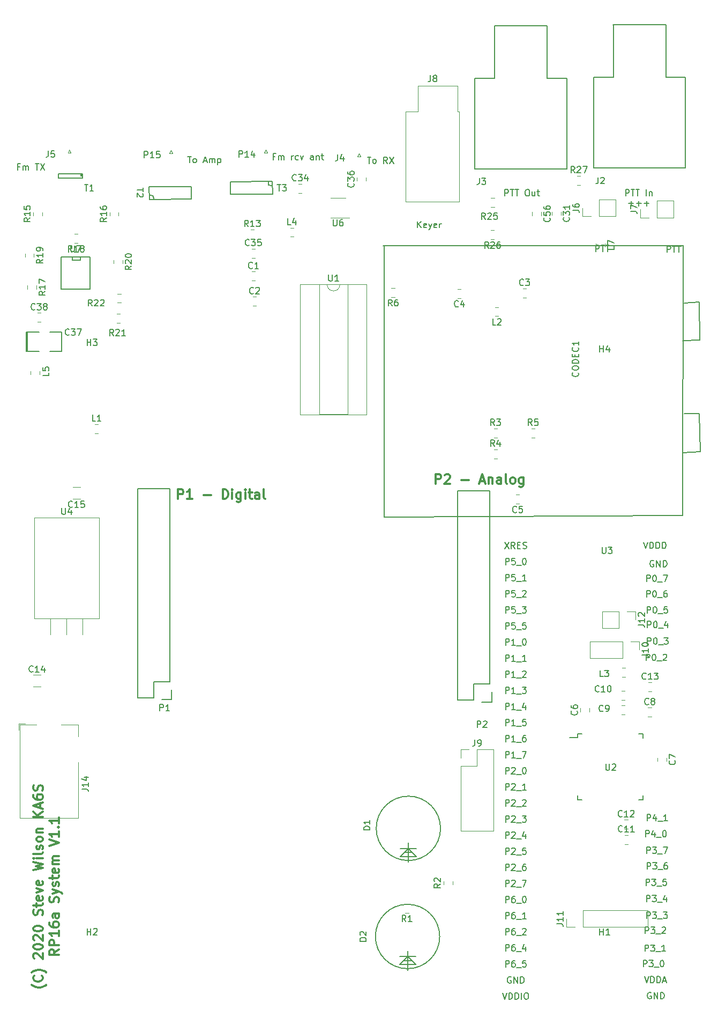
<source format=gto>
G04 #@! TF.GenerationSoftware,KiCad,Pcbnew,6.0.0-rc1-unknown-e7fa02a~66~ubuntu18.04.1*
G04 #@! TF.CreationDate,2021-06-26T12:49:04-07:00
G04 #@! TF.ProjectId,rp_adapter,72705f61-6461-4707-9465-722e6b696361,rev?*
G04 #@! TF.SameCoordinates,Original*
G04 #@! TF.FileFunction,Legend,Top*
G04 #@! TF.FilePolarity,Positive*
%FSLAX46Y46*%
G04 Gerber Fmt 4.6, Leading zero omitted, Abs format (unit mm)*
G04 Created by KiCad (PCBNEW 6.0.0-rc1-unknown-e7fa02a~66~ubuntu18.04.1) date Sat 26 Jun 2021 12:49:04 PM PDT*
%MOMM*%
%LPD*%
G04 APERTURE LIST*
%ADD10C,0.150000*%
%ADD11C,0.300000*%
%ADD12C,0.120000*%
G04 APERTURE END LIST*
D10*
X135233333Y-40522380D02*
X135233333Y-39522380D01*
X135614285Y-39522380D01*
X135709523Y-39570000D01*
X135757142Y-39617619D01*
X135804761Y-39712857D01*
X135804761Y-39855714D01*
X135757142Y-39950952D01*
X135709523Y-39998571D01*
X135614285Y-40046190D01*
X135233333Y-40046190D01*
X136090476Y-39522380D02*
X136661904Y-39522380D01*
X136376190Y-40522380D02*
X136376190Y-39522380D01*
X136852380Y-39522380D02*
X137423809Y-39522380D01*
X137138095Y-40522380D02*
X137138095Y-39522380D01*
X138709523Y-39522380D02*
X138900000Y-39522380D01*
X138995238Y-39570000D01*
X139090476Y-39665238D01*
X139138095Y-39855714D01*
X139138095Y-40189047D01*
X139090476Y-40379523D01*
X138995238Y-40474761D01*
X138900000Y-40522380D01*
X138709523Y-40522380D01*
X138614285Y-40474761D01*
X138519047Y-40379523D01*
X138471428Y-40189047D01*
X138471428Y-39855714D01*
X138519047Y-39665238D01*
X138614285Y-39570000D01*
X138709523Y-39522380D01*
X139995238Y-39855714D02*
X139995238Y-40522380D01*
X139566666Y-39855714D02*
X139566666Y-40379523D01*
X139614285Y-40474761D01*
X139709523Y-40522380D01*
X139852380Y-40522380D01*
X139947619Y-40474761D01*
X139995238Y-40427142D01*
X140328571Y-39855714D02*
X140709523Y-39855714D01*
X140471428Y-39522380D02*
X140471428Y-40379523D01*
X140519047Y-40474761D01*
X140614285Y-40522380D01*
X140709523Y-40522380D01*
X154308761Y-40522380D02*
X154308761Y-39522380D01*
X154689714Y-39522380D01*
X154784952Y-39570000D01*
X154832571Y-39617619D01*
X154880190Y-39712857D01*
X154880190Y-39855714D01*
X154832571Y-39950952D01*
X154784952Y-39998571D01*
X154689714Y-40046190D01*
X154308761Y-40046190D01*
X155165904Y-39522380D02*
X155737333Y-39522380D01*
X155451619Y-40522380D02*
X155451619Y-39522380D01*
X155927809Y-39522380D02*
X156499238Y-39522380D01*
X156213523Y-40522380D02*
X156213523Y-39522380D01*
X157594476Y-40522380D02*
X157594476Y-39522380D01*
X158070666Y-39855714D02*
X158070666Y-40522380D01*
X158070666Y-39950952D02*
X158118285Y-39903333D01*
X158213523Y-39855714D01*
X158356380Y-39855714D01*
X158451619Y-39903333D01*
X158499238Y-39998571D01*
X158499238Y-40522380D01*
X154784952Y-41721428D02*
X155546857Y-41721428D01*
X155165904Y-42102380D02*
X155165904Y-41340476D01*
X156023047Y-41721428D02*
X156784952Y-41721428D01*
X156404000Y-42102380D02*
X156404000Y-41340476D01*
X157261142Y-41721428D02*
X158023047Y-41721428D01*
X157642095Y-42102380D02*
X157642095Y-41340476D01*
X160855190Y-49421380D02*
X160855190Y-48421380D01*
X161236142Y-48421380D01*
X161331380Y-48469000D01*
X161379000Y-48516619D01*
X161426619Y-48611857D01*
X161426619Y-48754714D01*
X161379000Y-48849952D01*
X161331380Y-48897571D01*
X161236142Y-48945190D01*
X160855190Y-48945190D01*
X161712333Y-48421380D02*
X162283761Y-48421380D01*
X161998047Y-49421380D02*
X161998047Y-48421380D01*
X162474238Y-48421380D02*
X163045666Y-48421380D01*
X162759952Y-49421380D02*
X162759952Y-48421380D01*
X149570190Y-49326380D02*
X149570190Y-48326380D01*
X149951142Y-48326380D01*
X150046380Y-48374000D01*
X150094000Y-48421619D01*
X150141619Y-48516857D01*
X150141619Y-48659714D01*
X150094000Y-48754952D01*
X150046380Y-48802571D01*
X149951142Y-48850190D01*
X149570190Y-48850190D01*
X150427333Y-48326380D02*
X150998761Y-48326380D01*
X150713047Y-49326380D02*
X150713047Y-48326380D01*
X151189238Y-48326380D02*
X151760666Y-48326380D01*
X151474952Y-49326380D02*
X151474952Y-48326380D01*
X121450476Y-45533380D02*
X121450476Y-44533380D01*
X122021904Y-45533380D02*
X121593333Y-44961952D01*
X122021904Y-44533380D02*
X121450476Y-45104809D01*
X122831428Y-45485761D02*
X122736190Y-45533380D01*
X122545714Y-45533380D01*
X122450476Y-45485761D01*
X122402857Y-45390523D01*
X122402857Y-45009571D01*
X122450476Y-44914333D01*
X122545714Y-44866714D01*
X122736190Y-44866714D01*
X122831428Y-44914333D01*
X122879047Y-45009571D01*
X122879047Y-45104809D01*
X122402857Y-45200047D01*
X123212380Y-44866714D02*
X123450476Y-45533380D01*
X123688571Y-44866714D02*
X123450476Y-45533380D01*
X123355238Y-45771476D01*
X123307619Y-45819095D01*
X123212380Y-45866714D01*
X124450476Y-45485761D02*
X124355238Y-45533380D01*
X124164761Y-45533380D01*
X124069523Y-45485761D01*
X124021904Y-45390523D01*
X124021904Y-45009571D01*
X124069523Y-44914333D01*
X124164761Y-44866714D01*
X124355238Y-44866714D01*
X124450476Y-44914333D01*
X124498095Y-45009571D01*
X124498095Y-45104809D01*
X124021904Y-45200047D01*
X124926666Y-45533380D02*
X124926666Y-44866714D01*
X124926666Y-45057190D02*
X124974285Y-44961952D01*
X125021904Y-44914333D01*
X125117142Y-44866714D01*
X125212380Y-44866714D01*
X113517761Y-34387380D02*
X114089190Y-34387380D01*
X113803476Y-35387380D02*
X113803476Y-34387380D01*
X114565380Y-35387380D02*
X114470142Y-35339761D01*
X114422523Y-35292142D01*
X114374904Y-35196904D01*
X114374904Y-34911190D01*
X114422523Y-34815952D01*
X114470142Y-34768333D01*
X114565380Y-34720714D01*
X114708238Y-34720714D01*
X114803476Y-34768333D01*
X114851095Y-34815952D01*
X114898714Y-34911190D01*
X114898714Y-35196904D01*
X114851095Y-35292142D01*
X114803476Y-35339761D01*
X114708238Y-35387380D01*
X114565380Y-35387380D01*
X116660619Y-35387380D02*
X116327285Y-34911190D01*
X116089190Y-35387380D02*
X116089190Y-34387380D01*
X116470142Y-34387380D01*
X116565380Y-34435000D01*
X116613000Y-34482619D01*
X116660619Y-34577857D01*
X116660619Y-34720714D01*
X116613000Y-34815952D01*
X116565380Y-34863571D01*
X116470142Y-34911190D01*
X116089190Y-34911190D01*
X116993952Y-34387380D02*
X117660619Y-35387380D01*
X117660619Y-34387380D02*
X116993952Y-35387380D01*
X98931761Y-34294571D02*
X98598428Y-34294571D01*
X98598428Y-34818380D02*
X98598428Y-33818380D01*
X99074619Y-33818380D01*
X99455571Y-34818380D02*
X99455571Y-34151714D01*
X99455571Y-34246952D02*
X99503190Y-34199333D01*
X99598428Y-34151714D01*
X99741285Y-34151714D01*
X99836523Y-34199333D01*
X99884142Y-34294571D01*
X99884142Y-34818380D01*
X99884142Y-34294571D02*
X99931761Y-34199333D01*
X100027000Y-34151714D01*
X100169857Y-34151714D01*
X100265095Y-34199333D01*
X100312714Y-34294571D01*
X100312714Y-34818380D01*
X101550809Y-34818380D02*
X101550809Y-34151714D01*
X101550809Y-34342190D02*
X101598428Y-34246952D01*
X101646047Y-34199333D01*
X101741285Y-34151714D01*
X101836523Y-34151714D01*
X102598428Y-34770761D02*
X102503190Y-34818380D01*
X102312714Y-34818380D01*
X102217476Y-34770761D01*
X102169857Y-34723142D01*
X102122238Y-34627904D01*
X102122238Y-34342190D01*
X102169857Y-34246952D01*
X102217476Y-34199333D01*
X102312714Y-34151714D01*
X102503190Y-34151714D01*
X102598428Y-34199333D01*
X102931761Y-34151714D02*
X103169857Y-34818380D01*
X103407952Y-34151714D01*
X104979380Y-34818380D02*
X104979380Y-34294571D01*
X104931761Y-34199333D01*
X104836523Y-34151714D01*
X104646047Y-34151714D01*
X104550809Y-34199333D01*
X104979380Y-34770761D02*
X104884142Y-34818380D01*
X104646047Y-34818380D01*
X104550809Y-34770761D01*
X104503190Y-34675523D01*
X104503190Y-34580285D01*
X104550809Y-34485047D01*
X104646047Y-34437428D01*
X104884142Y-34437428D01*
X104979380Y-34389809D01*
X105455571Y-34151714D02*
X105455571Y-34818380D01*
X105455571Y-34246952D02*
X105503190Y-34199333D01*
X105598428Y-34151714D01*
X105741285Y-34151714D01*
X105836523Y-34199333D01*
X105884142Y-34294571D01*
X105884142Y-34818380D01*
X106217476Y-34151714D02*
X106598428Y-34151714D01*
X106360333Y-33818380D02*
X106360333Y-34675523D01*
X106407952Y-34770761D01*
X106503190Y-34818380D01*
X106598428Y-34818380D01*
X85112333Y-34292380D02*
X85683761Y-34292380D01*
X85398047Y-35292380D02*
X85398047Y-34292380D01*
X86159952Y-35292380D02*
X86064714Y-35244761D01*
X86017095Y-35197142D01*
X85969476Y-35101904D01*
X85969476Y-34816190D01*
X86017095Y-34720952D01*
X86064714Y-34673333D01*
X86159952Y-34625714D01*
X86302809Y-34625714D01*
X86398047Y-34673333D01*
X86445666Y-34720952D01*
X86493285Y-34816190D01*
X86493285Y-35101904D01*
X86445666Y-35197142D01*
X86398047Y-35244761D01*
X86302809Y-35292380D01*
X86159952Y-35292380D01*
X87636142Y-35006666D02*
X88112333Y-35006666D01*
X87540904Y-35292380D02*
X87874238Y-34292380D01*
X88207571Y-35292380D01*
X88540904Y-35292380D02*
X88540904Y-34625714D01*
X88540904Y-34720952D02*
X88588523Y-34673333D01*
X88683761Y-34625714D01*
X88826619Y-34625714D01*
X88921857Y-34673333D01*
X88969476Y-34768571D01*
X88969476Y-35292380D01*
X88969476Y-34768571D02*
X89017095Y-34673333D01*
X89112333Y-34625714D01*
X89255190Y-34625714D01*
X89350428Y-34673333D01*
X89398047Y-34768571D01*
X89398047Y-35292380D01*
X89874238Y-34625714D02*
X89874238Y-35625714D01*
X89874238Y-34673333D02*
X89969476Y-34625714D01*
X90159952Y-34625714D01*
X90255190Y-34673333D01*
X90302809Y-34720952D01*
X90350428Y-34816190D01*
X90350428Y-35101904D01*
X90302809Y-35197142D01*
X90255190Y-35244761D01*
X90159952Y-35292380D01*
X89969476Y-35292380D01*
X89874238Y-35244761D01*
X58570095Y-35906571D02*
X58236761Y-35906571D01*
X58236761Y-36430380D02*
X58236761Y-35430380D01*
X58712952Y-35430380D01*
X59093904Y-36430380D02*
X59093904Y-35763714D01*
X59093904Y-35858952D02*
X59141523Y-35811333D01*
X59236761Y-35763714D01*
X59379619Y-35763714D01*
X59474857Y-35811333D01*
X59522476Y-35906571D01*
X59522476Y-36430380D01*
X59522476Y-35906571D02*
X59570095Y-35811333D01*
X59665333Y-35763714D01*
X59808190Y-35763714D01*
X59903428Y-35811333D01*
X59951047Y-35906571D01*
X59951047Y-36430380D01*
X61046285Y-35430380D02*
X61617714Y-35430380D01*
X61332000Y-36430380D02*
X61332000Y-35430380D01*
X61855809Y-35430380D02*
X62522476Y-36430380D01*
X62522476Y-35430380D02*
X61855809Y-36430380D01*
D11*
X124306428Y-85943571D02*
X124306428Y-84443571D01*
X124877857Y-84443571D01*
X125020714Y-84515000D01*
X125092142Y-84586428D01*
X125163571Y-84729285D01*
X125163571Y-84943571D01*
X125092142Y-85086428D01*
X125020714Y-85157857D01*
X124877857Y-85229285D01*
X124306428Y-85229285D01*
X125735000Y-84586428D02*
X125806428Y-84515000D01*
X125949285Y-84443571D01*
X126306428Y-84443571D01*
X126449285Y-84515000D01*
X126520714Y-84586428D01*
X126592142Y-84729285D01*
X126592142Y-84872142D01*
X126520714Y-85086428D01*
X125663571Y-85943571D01*
X126592142Y-85943571D01*
X128377857Y-85372142D02*
X129520714Y-85372142D01*
X131306428Y-85515000D02*
X132020714Y-85515000D01*
X131163571Y-85943571D02*
X131663571Y-84443571D01*
X132163571Y-85943571D01*
X132663571Y-84943571D02*
X132663571Y-85943571D01*
X132663571Y-85086428D02*
X132735000Y-85015000D01*
X132877857Y-84943571D01*
X133092142Y-84943571D01*
X133235000Y-85015000D01*
X133306428Y-85157857D01*
X133306428Y-85943571D01*
X134663571Y-85943571D02*
X134663571Y-85157857D01*
X134592142Y-85015000D01*
X134449285Y-84943571D01*
X134163571Y-84943571D01*
X134020714Y-85015000D01*
X134663571Y-85872142D02*
X134520714Y-85943571D01*
X134163571Y-85943571D01*
X134020714Y-85872142D01*
X133949285Y-85729285D01*
X133949285Y-85586428D01*
X134020714Y-85443571D01*
X134163571Y-85372142D01*
X134520714Y-85372142D01*
X134663571Y-85300714D01*
X135592142Y-85943571D02*
X135449285Y-85872142D01*
X135377857Y-85729285D01*
X135377857Y-84443571D01*
X136377857Y-85943571D02*
X136235000Y-85872142D01*
X136163571Y-85800714D01*
X136092142Y-85657857D01*
X136092142Y-85229285D01*
X136163571Y-85086428D01*
X136235000Y-85015000D01*
X136377857Y-84943571D01*
X136592142Y-84943571D01*
X136735000Y-85015000D01*
X136806428Y-85086428D01*
X136877857Y-85229285D01*
X136877857Y-85657857D01*
X136806428Y-85800714D01*
X136735000Y-85872142D01*
X136592142Y-85943571D01*
X136377857Y-85943571D01*
X138163571Y-84943571D02*
X138163571Y-86157857D01*
X138092142Y-86300714D01*
X138020714Y-86372142D01*
X137877857Y-86443571D01*
X137663571Y-86443571D01*
X137520714Y-86372142D01*
X138163571Y-85872142D02*
X138020714Y-85943571D01*
X137735000Y-85943571D01*
X137592142Y-85872142D01*
X137520714Y-85800714D01*
X137449285Y-85657857D01*
X137449285Y-85229285D01*
X137520714Y-85086428D01*
X137592142Y-85015000D01*
X137735000Y-84943571D01*
X138020714Y-84943571D01*
X138163571Y-85015000D01*
X83583571Y-88333571D02*
X83583571Y-86833571D01*
X84155000Y-86833571D01*
X84297857Y-86905000D01*
X84369285Y-86976428D01*
X84440714Y-87119285D01*
X84440714Y-87333571D01*
X84369285Y-87476428D01*
X84297857Y-87547857D01*
X84155000Y-87619285D01*
X83583571Y-87619285D01*
X85869285Y-88333571D02*
X85012142Y-88333571D01*
X85440714Y-88333571D02*
X85440714Y-86833571D01*
X85297857Y-87047857D01*
X85155000Y-87190714D01*
X85012142Y-87262142D01*
X87655000Y-87762142D02*
X88797857Y-87762142D01*
X90655000Y-88333571D02*
X90655000Y-86833571D01*
X91012142Y-86833571D01*
X91226428Y-86905000D01*
X91369285Y-87047857D01*
X91440714Y-87190714D01*
X91512142Y-87476428D01*
X91512142Y-87690714D01*
X91440714Y-87976428D01*
X91369285Y-88119285D01*
X91226428Y-88262142D01*
X91012142Y-88333571D01*
X90655000Y-88333571D01*
X92155000Y-88333571D02*
X92155000Y-87333571D01*
X92155000Y-86833571D02*
X92083571Y-86905000D01*
X92155000Y-86976428D01*
X92226428Y-86905000D01*
X92155000Y-86833571D01*
X92155000Y-86976428D01*
X93512142Y-87333571D02*
X93512142Y-88547857D01*
X93440714Y-88690714D01*
X93369285Y-88762142D01*
X93226428Y-88833571D01*
X93012142Y-88833571D01*
X92869285Y-88762142D01*
X93512142Y-88262142D02*
X93369285Y-88333571D01*
X93083571Y-88333571D01*
X92940714Y-88262142D01*
X92869285Y-88190714D01*
X92797857Y-88047857D01*
X92797857Y-87619285D01*
X92869285Y-87476428D01*
X92940714Y-87405000D01*
X93083571Y-87333571D01*
X93369285Y-87333571D01*
X93512142Y-87405000D01*
X94226428Y-88333571D02*
X94226428Y-87333571D01*
X94226428Y-86833571D02*
X94155000Y-86905000D01*
X94226428Y-86976428D01*
X94297857Y-86905000D01*
X94226428Y-86833571D01*
X94226428Y-86976428D01*
X94726428Y-87333571D02*
X95297857Y-87333571D01*
X94940714Y-86833571D02*
X94940714Y-88119285D01*
X95012142Y-88262142D01*
X95155000Y-88333571D01*
X95297857Y-88333571D01*
X96440714Y-88333571D02*
X96440714Y-87547857D01*
X96369285Y-87405000D01*
X96226428Y-87333571D01*
X95940714Y-87333571D01*
X95797857Y-87405000D01*
X96440714Y-88262142D02*
X96297857Y-88333571D01*
X95940714Y-88333571D01*
X95797857Y-88262142D01*
X95726428Y-88119285D01*
X95726428Y-87976428D01*
X95797857Y-87833571D01*
X95940714Y-87762142D01*
X96297857Y-87762142D01*
X96440714Y-87690714D01*
X97369285Y-88333571D02*
X97226428Y-88262142D01*
X97155000Y-88119285D01*
X97155000Y-86833571D01*
X62776000Y-165028000D02*
X62704571Y-165099428D01*
X62490285Y-165242285D01*
X62347428Y-165313714D01*
X62133142Y-165385142D01*
X61776000Y-165456571D01*
X61490285Y-165456571D01*
X61133142Y-165385142D01*
X60918857Y-165313714D01*
X60776000Y-165242285D01*
X60561714Y-165099428D01*
X60490285Y-165028000D01*
X62061714Y-163599428D02*
X62133142Y-163670857D01*
X62204571Y-163885142D01*
X62204571Y-164028000D01*
X62133142Y-164242285D01*
X61990285Y-164385142D01*
X61847428Y-164456571D01*
X61561714Y-164528000D01*
X61347428Y-164528000D01*
X61061714Y-164456571D01*
X60918857Y-164385142D01*
X60776000Y-164242285D01*
X60704571Y-164028000D01*
X60704571Y-163885142D01*
X60776000Y-163670857D01*
X60847428Y-163599428D01*
X62776000Y-163099428D02*
X62704571Y-163028000D01*
X62490285Y-162885142D01*
X62347428Y-162813714D01*
X62133142Y-162742285D01*
X61776000Y-162670857D01*
X61490285Y-162670857D01*
X61133142Y-162742285D01*
X60918857Y-162813714D01*
X60776000Y-162885142D01*
X60561714Y-163028000D01*
X60490285Y-163099428D01*
X60847428Y-160885142D02*
X60776000Y-160813714D01*
X60704571Y-160670857D01*
X60704571Y-160313714D01*
X60776000Y-160170857D01*
X60847428Y-160099428D01*
X60990285Y-160028000D01*
X61133142Y-160028000D01*
X61347428Y-160099428D01*
X62204571Y-160956571D01*
X62204571Y-160028000D01*
X60704571Y-159099428D02*
X60704571Y-158956571D01*
X60776000Y-158813714D01*
X60847428Y-158742285D01*
X60990285Y-158670857D01*
X61276000Y-158599428D01*
X61633142Y-158599428D01*
X61918857Y-158670857D01*
X62061714Y-158742285D01*
X62133142Y-158813714D01*
X62204571Y-158956571D01*
X62204571Y-159099428D01*
X62133142Y-159242285D01*
X62061714Y-159313714D01*
X61918857Y-159385142D01*
X61633142Y-159456571D01*
X61276000Y-159456571D01*
X60990285Y-159385142D01*
X60847428Y-159313714D01*
X60776000Y-159242285D01*
X60704571Y-159099428D01*
X60847428Y-158028000D02*
X60776000Y-157956571D01*
X60704571Y-157813714D01*
X60704571Y-157456571D01*
X60776000Y-157313714D01*
X60847428Y-157242285D01*
X60990285Y-157170857D01*
X61133142Y-157170857D01*
X61347428Y-157242285D01*
X62204571Y-158099428D01*
X62204571Y-157170857D01*
X60704571Y-156242285D02*
X60704571Y-156099428D01*
X60776000Y-155956571D01*
X60847428Y-155885142D01*
X60990285Y-155813714D01*
X61276000Y-155742285D01*
X61633142Y-155742285D01*
X61918857Y-155813714D01*
X62061714Y-155885142D01*
X62133142Y-155956571D01*
X62204571Y-156099428D01*
X62204571Y-156242285D01*
X62133142Y-156385142D01*
X62061714Y-156456571D01*
X61918857Y-156528000D01*
X61633142Y-156599428D01*
X61276000Y-156599428D01*
X60990285Y-156528000D01*
X60847428Y-156456571D01*
X60776000Y-156385142D01*
X60704571Y-156242285D01*
X62133142Y-154028000D02*
X62204571Y-153813714D01*
X62204571Y-153456571D01*
X62133142Y-153313714D01*
X62061714Y-153242285D01*
X61918857Y-153170857D01*
X61776000Y-153170857D01*
X61633142Y-153242285D01*
X61561714Y-153313714D01*
X61490285Y-153456571D01*
X61418857Y-153742285D01*
X61347428Y-153885142D01*
X61276000Y-153956571D01*
X61133142Y-154028000D01*
X60990285Y-154028000D01*
X60847428Y-153956571D01*
X60776000Y-153885142D01*
X60704571Y-153742285D01*
X60704571Y-153385142D01*
X60776000Y-153170857D01*
X61204571Y-152742285D02*
X61204571Y-152170857D01*
X60704571Y-152528000D02*
X61990285Y-152528000D01*
X62133142Y-152456571D01*
X62204571Y-152313714D01*
X62204571Y-152170857D01*
X62133142Y-151099428D02*
X62204571Y-151242285D01*
X62204571Y-151528000D01*
X62133142Y-151670857D01*
X61990285Y-151742285D01*
X61418857Y-151742285D01*
X61276000Y-151670857D01*
X61204571Y-151528000D01*
X61204571Y-151242285D01*
X61276000Y-151099428D01*
X61418857Y-151028000D01*
X61561714Y-151028000D01*
X61704571Y-151742285D01*
X61204571Y-150528000D02*
X62204571Y-150170857D01*
X61204571Y-149813714D01*
X62133142Y-148670857D02*
X62204571Y-148813714D01*
X62204571Y-149099428D01*
X62133142Y-149242285D01*
X61990285Y-149313714D01*
X61418857Y-149313714D01*
X61276000Y-149242285D01*
X61204571Y-149099428D01*
X61204571Y-148813714D01*
X61276000Y-148670857D01*
X61418857Y-148599428D01*
X61561714Y-148599428D01*
X61704571Y-149313714D01*
X60704571Y-146956571D02*
X62204571Y-146599428D01*
X61133142Y-146313714D01*
X62204571Y-146028000D01*
X60704571Y-145670857D01*
X62204571Y-145099428D02*
X61204571Y-145099428D01*
X60704571Y-145099428D02*
X60776000Y-145170857D01*
X60847428Y-145099428D01*
X60776000Y-145028000D01*
X60704571Y-145099428D01*
X60847428Y-145099428D01*
X62204571Y-144170857D02*
X62133142Y-144313714D01*
X61990285Y-144385142D01*
X60704571Y-144385142D01*
X62133142Y-143670857D02*
X62204571Y-143528000D01*
X62204571Y-143242285D01*
X62133142Y-143099428D01*
X61990285Y-143028000D01*
X61918857Y-143028000D01*
X61776000Y-143099428D01*
X61704571Y-143242285D01*
X61704571Y-143456571D01*
X61633142Y-143599428D01*
X61490285Y-143670857D01*
X61418857Y-143670857D01*
X61276000Y-143599428D01*
X61204571Y-143456571D01*
X61204571Y-143242285D01*
X61276000Y-143099428D01*
X62204571Y-142170857D02*
X62133142Y-142313714D01*
X62061714Y-142385142D01*
X61918857Y-142456571D01*
X61490285Y-142456571D01*
X61347428Y-142385142D01*
X61276000Y-142313714D01*
X61204571Y-142170857D01*
X61204571Y-141956571D01*
X61276000Y-141813714D01*
X61347428Y-141742285D01*
X61490285Y-141670857D01*
X61918857Y-141670857D01*
X62061714Y-141742285D01*
X62133142Y-141813714D01*
X62204571Y-141956571D01*
X62204571Y-142170857D01*
X61204571Y-141028000D02*
X62204571Y-141028000D01*
X61347428Y-141028000D02*
X61276000Y-140956571D01*
X61204571Y-140813714D01*
X61204571Y-140599428D01*
X61276000Y-140456571D01*
X61418857Y-140385142D01*
X62204571Y-140385142D01*
X62204571Y-138528000D02*
X60704571Y-138528000D01*
X62204571Y-137670857D02*
X61347428Y-138313714D01*
X60704571Y-137670857D02*
X61561714Y-138528000D01*
X61776000Y-137099428D02*
X61776000Y-136385142D01*
X62204571Y-137242285D02*
X60704571Y-136742285D01*
X62204571Y-136242285D01*
X60704571Y-135099428D02*
X60704571Y-135385142D01*
X60776000Y-135528000D01*
X60847428Y-135599428D01*
X61061714Y-135742285D01*
X61347428Y-135813714D01*
X61918857Y-135813714D01*
X62061714Y-135742285D01*
X62133142Y-135670857D01*
X62204571Y-135528000D01*
X62204571Y-135242285D01*
X62133142Y-135099428D01*
X62061714Y-135028000D01*
X61918857Y-134956571D01*
X61561714Y-134956571D01*
X61418857Y-135028000D01*
X61347428Y-135099428D01*
X61276000Y-135242285D01*
X61276000Y-135528000D01*
X61347428Y-135670857D01*
X61418857Y-135742285D01*
X61561714Y-135813714D01*
X62133142Y-134385142D02*
X62204571Y-134170857D01*
X62204571Y-133813714D01*
X62133142Y-133670857D01*
X62061714Y-133599428D01*
X61918857Y-133528000D01*
X61776000Y-133528000D01*
X61633142Y-133599428D01*
X61561714Y-133670857D01*
X61490285Y-133813714D01*
X61418857Y-134099428D01*
X61347428Y-134242285D01*
X61276000Y-134313714D01*
X61133142Y-134385142D01*
X60990285Y-134385142D01*
X60847428Y-134313714D01*
X60776000Y-134242285D01*
X60704571Y-134099428D01*
X60704571Y-133742285D01*
X60776000Y-133528000D01*
X64754571Y-159456571D02*
X64040285Y-159956571D01*
X64754571Y-160313714D02*
X63254571Y-160313714D01*
X63254571Y-159742285D01*
X63326000Y-159599428D01*
X63397428Y-159528000D01*
X63540285Y-159456571D01*
X63754571Y-159456571D01*
X63897428Y-159528000D01*
X63968857Y-159599428D01*
X64040285Y-159742285D01*
X64040285Y-160313714D01*
X64754571Y-158813714D02*
X63254571Y-158813714D01*
X63254571Y-158242285D01*
X63326000Y-158099428D01*
X63397428Y-158028000D01*
X63540285Y-157956571D01*
X63754571Y-157956571D01*
X63897428Y-158028000D01*
X63968857Y-158099428D01*
X64040285Y-158242285D01*
X64040285Y-158813714D01*
X64754571Y-156528000D02*
X64754571Y-157385142D01*
X64754571Y-156956571D02*
X63254571Y-156956571D01*
X63468857Y-157099428D01*
X63611714Y-157242285D01*
X63683142Y-157385142D01*
X63254571Y-155242285D02*
X63254571Y-155528000D01*
X63326000Y-155670857D01*
X63397428Y-155742285D01*
X63611714Y-155885142D01*
X63897428Y-155956571D01*
X64468857Y-155956571D01*
X64611714Y-155885142D01*
X64683142Y-155813714D01*
X64754571Y-155670857D01*
X64754571Y-155385142D01*
X64683142Y-155242285D01*
X64611714Y-155170857D01*
X64468857Y-155099428D01*
X64111714Y-155099428D01*
X63968857Y-155170857D01*
X63897428Y-155242285D01*
X63826000Y-155385142D01*
X63826000Y-155670857D01*
X63897428Y-155813714D01*
X63968857Y-155885142D01*
X64111714Y-155956571D01*
X64754571Y-153813714D02*
X63968857Y-153813714D01*
X63826000Y-153885142D01*
X63754571Y-154028000D01*
X63754571Y-154313714D01*
X63826000Y-154456571D01*
X64683142Y-153813714D02*
X64754571Y-153956571D01*
X64754571Y-154313714D01*
X64683142Y-154456571D01*
X64540285Y-154528000D01*
X64397428Y-154528000D01*
X64254571Y-154456571D01*
X64183142Y-154313714D01*
X64183142Y-153956571D01*
X64111714Y-153813714D01*
X64683142Y-152028000D02*
X64754571Y-151813714D01*
X64754571Y-151456571D01*
X64683142Y-151313714D01*
X64611714Y-151242285D01*
X64468857Y-151170857D01*
X64326000Y-151170857D01*
X64183142Y-151242285D01*
X64111714Y-151313714D01*
X64040285Y-151456571D01*
X63968857Y-151742285D01*
X63897428Y-151885142D01*
X63826000Y-151956571D01*
X63683142Y-152028000D01*
X63540285Y-152028000D01*
X63397428Y-151956571D01*
X63326000Y-151885142D01*
X63254571Y-151742285D01*
X63254571Y-151385142D01*
X63326000Y-151170857D01*
X63754571Y-150670857D02*
X64754571Y-150313714D01*
X63754571Y-149956571D02*
X64754571Y-150313714D01*
X65111714Y-150456571D01*
X65183142Y-150528000D01*
X65254571Y-150670857D01*
X64683142Y-149456571D02*
X64754571Y-149313714D01*
X64754571Y-149028000D01*
X64683142Y-148885142D01*
X64540285Y-148813714D01*
X64468857Y-148813714D01*
X64326000Y-148885142D01*
X64254571Y-149028000D01*
X64254571Y-149242285D01*
X64183142Y-149385142D01*
X64040285Y-149456571D01*
X63968857Y-149456571D01*
X63826000Y-149385142D01*
X63754571Y-149242285D01*
X63754571Y-149028000D01*
X63826000Y-148885142D01*
X63754571Y-148385142D02*
X63754571Y-147813714D01*
X63254571Y-148170857D02*
X64540285Y-148170857D01*
X64683142Y-148099428D01*
X64754571Y-147956571D01*
X64754571Y-147813714D01*
X64683142Y-146742285D02*
X64754571Y-146885142D01*
X64754571Y-147170857D01*
X64683142Y-147313714D01*
X64540285Y-147385142D01*
X63968857Y-147385142D01*
X63826000Y-147313714D01*
X63754571Y-147170857D01*
X63754571Y-146885142D01*
X63826000Y-146742285D01*
X63968857Y-146670857D01*
X64111714Y-146670857D01*
X64254571Y-147385142D01*
X64754571Y-146028000D02*
X63754571Y-146028000D01*
X63897428Y-146028000D02*
X63826000Y-145956571D01*
X63754571Y-145813714D01*
X63754571Y-145599428D01*
X63826000Y-145456571D01*
X63968857Y-145385142D01*
X64754571Y-145385142D01*
X63968857Y-145385142D02*
X63826000Y-145313714D01*
X63754571Y-145170857D01*
X63754571Y-144956571D01*
X63826000Y-144813714D01*
X63968857Y-144742285D01*
X64754571Y-144742285D01*
X63254571Y-143099428D02*
X64754571Y-142599428D01*
X63254571Y-142099428D01*
X64754571Y-140813714D02*
X64754571Y-141670857D01*
X64754571Y-141242285D02*
X63254571Y-141242285D01*
X63468857Y-141385142D01*
X63611714Y-141528000D01*
X63683142Y-141670857D01*
X64611714Y-140170857D02*
X64683142Y-140099428D01*
X64754571Y-140170857D01*
X64683142Y-140242285D01*
X64611714Y-140170857D01*
X64754571Y-140170857D01*
X64754571Y-138670857D02*
X64754571Y-139528000D01*
X64754571Y-139099428D02*
X63254571Y-139099428D01*
X63468857Y-139242285D01*
X63611714Y-139385142D01*
X63683142Y-139528000D01*
D12*
X157920748Y-118724000D02*
X158443252Y-118724000D01*
X157920748Y-117304000D02*
X158443252Y-117304000D01*
D10*
X146728000Y-125466000D02*
X146728000Y-126041000D01*
X157078000Y-125466000D02*
X157078000Y-126141000D01*
X157078000Y-135816000D02*
X157078000Y-135141000D01*
X146728000Y-135816000D02*
X146728000Y-135141000D01*
X146728000Y-125466000D02*
X147403000Y-125466000D01*
X146728000Y-135816000D02*
X147403000Y-135816000D01*
X157078000Y-135816000D02*
X156403000Y-135816000D01*
X157078000Y-125466000D02*
X156403000Y-125466000D01*
X146728000Y-126041000D02*
X145453000Y-126041000D01*
X127802000Y-120108000D02*
X127802000Y-87088000D01*
X132882000Y-117568000D02*
X132882000Y-87088000D01*
X127802000Y-87088000D02*
X132882000Y-87088000D01*
X127802000Y-120108000D02*
X130342000Y-120108000D01*
X131612000Y-120388000D02*
X133162000Y-120388000D01*
X130342000Y-120108000D02*
X130342000Y-117568000D01*
X130342000Y-117568000D02*
X132882000Y-117568000D01*
X133162000Y-120388000D02*
X133162000Y-118838000D01*
X77207900Y-119730000D02*
X77207900Y-86710000D01*
X82287900Y-117190000D02*
X82287900Y-86710000D01*
X77207900Y-86710000D02*
X82287900Y-86710000D01*
X77207900Y-119730000D02*
X79747900Y-119730000D01*
X81017900Y-120010000D02*
X82567900Y-120010000D01*
X79747900Y-119730000D02*
X79747900Y-117190000D01*
X79747900Y-117190000D02*
X82287900Y-117190000D01*
X82567900Y-120010000D02*
X82567900Y-118460000D01*
X59618000Y-61997000D02*
X59618000Y-65045000D01*
X63301000Y-65045000D02*
X65206000Y-65045000D01*
X65206000Y-65045000D02*
X65206000Y-61997000D01*
X65206000Y-61997000D02*
X63301000Y-61997000D01*
X61650000Y-61997000D02*
X59618000Y-61997000D01*
X59818000Y-61997000D02*
X59818000Y-65045000D01*
X59618000Y-65045000D02*
X61650000Y-65045000D01*
X79159000Y-41061000D02*
X85709000Y-41021000D01*
X85709000Y-41021000D02*
X85709000Y-39081000D01*
X85709000Y-39081000D02*
X79039000Y-39041000D01*
X79039000Y-39041000D02*
X79079000Y-41101000D01*
X79079000Y-41101000D02*
X79729000Y-41061000D01*
X79729000Y-41061000D02*
X79689000Y-40491000D01*
X79689000Y-40491000D02*
X79189000Y-40451000D01*
X79189000Y-40451000D02*
X79269000Y-40451000D01*
X68355000Y-37093000D02*
X68355000Y-37393000D01*
X68355000Y-37393000D02*
X68255000Y-37393000D01*
X68255000Y-37143000D02*
X68255000Y-37393000D01*
X68255000Y-37393000D02*
X68455000Y-37393000D01*
X68455000Y-37393000D02*
X68405000Y-37193000D01*
X68540000Y-37063000D02*
X64730000Y-37063000D01*
X64730000Y-37063000D02*
X64730000Y-37698000D01*
X64730000Y-37698000D02*
X68540000Y-37698000D01*
X68540000Y-37698000D02*
X68540000Y-37063000D01*
X69666000Y-50170000D02*
X69666000Y-55250000D01*
X69666000Y-55250000D02*
X65094000Y-55250000D01*
X65094000Y-55250000D02*
X65094000Y-50170000D01*
X65094000Y-50170000D02*
X69666000Y-50170000D01*
X68142000Y-50170000D02*
X68142000Y-50678000D01*
X68142000Y-50678000D02*
X66872000Y-50678000D01*
X66872000Y-50678000D02*
X66872000Y-50170000D01*
X119990000Y-142633000D02*
X119990000Y-145681000D01*
X119990000Y-143522000D02*
X119990000Y-144792000D01*
X120625000Y-144157000D02*
X119355000Y-144157000D01*
X119990000Y-143522000D02*
X118720000Y-144792000D01*
X119990000Y-143522000D02*
X121260000Y-144792000D01*
X121260000Y-143522000D02*
X118720000Y-143522000D01*
X121260000Y-144792000D02*
X118720000Y-144792000D01*
X125070000Y-140347000D02*
G75*
G03X125070000Y-140347000I-5080000J0D01*
G01*
X119860000Y-159703000D02*
X119860000Y-162751000D01*
X119860000Y-160592000D02*
X119860000Y-161862000D01*
X120495000Y-161227000D02*
X119225000Y-161227000D01*
X119860000Y-160592000D02*
X118590000Y-161862000D01*
X119860000Y-160592000D02*
X121130000Y-161862000D01*
X121130000Y-160592000D02*
X118590000Y-160592000D01*
X121130000Y-161862000D02*
X118590000Y-161862000D01*
X124940000Y-157417000D02*
G75*
G03X124940000Y-157417000I-5080000J0D01*
G01*
X98417000Y-38259000D02*
X91867000Y-38299000D01*
X91867000Y-38299000D02*
X91867000Y-40239000D01*
X91867000Y-40239000D02*
X98537000Y-40279000D01*
X98537000Y-40279000D02*
X98497000Y-38219000D01*
X98497000Y-38219000D02*
X97847000Y-38259000D01*
X97847000Y-38259000D02*
X97887000Y-38829000D01*
X97887000Y-38829000D02*
X98387000Y-38869000D01*
X98387000Y-38869000D02*
X98307000Y-38869000D01*
D12*
X95258748Y-53890000D02*
X95781252Y-53890000D01*
X95258748Y-52470000D02*
X95781252Y-52470000D01*
X95401748Y-56462000D02*
X95924252Y-56462000D01*
X95401748Y-57882000D02*
X95924252Y-57882000D01*
X138081748Y-55151000D02*
X138604252Y-55151000D01*
X138081748Y-56571000D02*
X138604252Y-56571000D01*
X128302252Y-55234000D02*
X127779748Y-55234000D01*
X128302252Y-56654000D02*
X127779748Y-56654000D01*
X142652000Y-43015748D02*
X142652000Y-43538252D01*
X144072000Y-43015748D02*
X144072000Y-43538252D01*
X102638748Y-40057000D02*
X103161252Y-40057000D01*
X102638748Y-38637000D02*
X103161252Y-38637000D01*
X95212748Y-48867000D02*
X95735252Y-48867000D01*
X95212748Y-50287000D02*
X95735252Y-50287000D01*
X61377748Y-60422000D02*
X61900252Y-60422000D01*
X61377748Y-59002000D02*
X61900252Y-59002000D01*
X140991000Y-43085748D02*
X140991000Y-43608252D01*
X139571000Y-43085748D02*
X139571000Y-43608252D01*
D10*
X152342000Y-13519000D02*
X160692000Y-13519000D01*
X160662000Y-13499000D02*
X160662000Y-21799000D01*
X152362000Y-21799000D02*
X152362000Y-13499000D01*
X149262000Y-21799000D02*
X149262000Y-36099000D01*
X152362000Y-21799000D02*
X149262000Y-21799000D01*
X160662000Y-21799000D02*
X163762000Y-21799000D01*
X163762000Y-21799000D02*
X163762000Y-36099000D01*
X163762000Y-36099000D02*
X149262000Y-36099000D01*
X144998000Y-36234000D02*
X130498000Y-36234000D01*
X144998000Y-21934000D02*
X144998000Y-36234000D01*
X141898000Y-21934000D02*
X144998000Y-21934000D01*
X133598000Y-21934000D02*
X130498000Y-21934000D01*
X130498000Y-21934000D02*
X130498000Y-36234000D01*
X133598000Y-21934000D02*
X133598000Y-13634000D01*
X141898000Y-13634000D02*
X141898000Y-21934000D01*
X133578000Y-13654000D02*
X141928000Y-13654000D01*
D12*
X128239000Y-140728000D02*
X133439000Y-140728000D01*
X128239000Y-130508000D02*
X128239000Y-140728000D01*
X133439000Y-127908000D02*
X133439000Y-140728000D01*
X128239000Y-130508000D02*
X130839000Y-130508000D01*
X130839000Y-130508000D02*
X130839000Y-127908000D01*
X130839000Y-127908000D02*
X133439000Y-127908000D01*
X128239000Y-129238000D02*
X128239000Y-127908000D01*
X128239000Y-127908000D02*
X129569000Y-127908000D01*
X109157000Y-54515000D02*
G75*
G02X107157000Y-54515000I-1000000J0D01*
G01*
X107157000Y-54515000D02*
X105907000Y-54515000D01*
X105907000Y-54515000D02*
X105907000Y-74955000D01*
X105907000Y-74955000D02*
X110407000Y-74955000D01*
X110407000Y-74955000D02*
X110407000Y-54515000D01*
X110407000Y-54515000D02*
X109157000Y-54515000D01*
X102907000Y-54455000D02*
X102907000Y-75015000D01*
X102907000Y-75015000D02*
X113407000Y-75015000D01*
X113407000Y-75015000D02*
X113407000Y-54455000D01*
X113407000Y-54455000D02*
X102907000Y-54455000D01*
X152709000Y-43750000D02*
X152709000Y-41090000D01*
X150109000Y-43750000D02*
X152709000Y-43750000D01*
X150109000Y-41090000D02*
X152709000Y-41090000D01*
X150109000Y-43750000D02*
X150109000Y-41090000D01*
X148839000Y-43750000D02*
X147509000Y-43750000D01*
X147509000Y-43750000D02*
X147509000Y-42420000D01*
X156645000Y-43948000D02*
X156645000Y-42618000D01*
X157975000Y-43948000D02*
X156645000Y-43948000D01*
X159245000Y-43948000D02*
X159245000Y-41288000D01*
X159245000Y-41288000D02*
X161845000Y-41288000D01*
X159245000Y-43948000D02*
X161845000Y-43948000D01*
X161845000Y-43948000D02*
X161845000Y-41288000D01*
X121493000Y-27172000D02*
X121493000Y-23172000D01*
X119593000Y-27172000D02*
X121493000Y-27172000D01*
X119593000Y-41412000D02*
X119593000Y-27172000D01*
X128033000Y-41412000D02*
X119593000Y-41412000D01*
X128033000Y-27172000D02*
X128033000Y-41412000D01*
X127733000Y-27172000D02*
X128033000Y-27172000D01*
X127733000Y-23172000D02*
X127733000Y-27172000D01*
X121493000Y-23172000D02*
X127733000Y-23172000D01*
X70465748Y-76571000D02*
X70988252Y-76571000D01*
X70465748Y-77991000D02*
X70988252Y-77991000D01*
X134236252Y-59496000D02*
X133713748Y-59496000D01*
X134236252Y-58076000D02*
X133713748Y-58076000D01*
X101316748Y-45552000D02*
X101839252Y-45552000D01*
X101316748Y-46972000D02*
X101839252Y-46972000D01*
X60266000Y-68172748D02*
X60266000Y-68695252D01*
X61686000Y-68172748D02*
X61686000Y-68695252D01*
X112402000Y-34282000D02*
X112152000Y-33782000D01*
X111902000Y-34282000D02*
X112402000Y-34282000D01*
X112152000Y-33782000D02*
X111902000Y-34282000D01*
X66424000Y-33192000D02*
X66174000Y-33692000D01*
X66174000Y-33692000D02*
X66674000Y-33692000D01*
X66674000Y-33692000D02*
X66424000Y-33192000D01*
X97696000Y-33716000D02*
X97446000Y-33216000D01*
X97196000Y-33716000D02*
X97696000Y-33716000D01*
X97446000Y-33216000D02*
X97196000Y-33716000D01*
X82481000Y-33308000D02*
X82231000Y-33808000D01*
X82231000Y-33808000D02*
X82731000Y-33808000D01*
X82731000Y-33808000D02*
X82481000Y-33308000D01*
X120021252Y-152267000D02*
X119498748Y-152267000D01*
X120021252Y-153687000D02*
X119498748Y-153687000D01*
X125551000Y-149219252D02*
X125551000Y-148696748D01*
X126971000Y-149219252D02*
X126971000Y-148696748D01*
X133491748Y-78659000D02*
X134014252Y-78659000D01*
X133491748Y-77239000D02*
X134014252Y-77239000D01*
X133491748Y-80529000D02*
X134014252Y-80529000D01*
X133491748Y-81949000D02*
X134014252Y-81949000D01*
X139441748Y-77239000D02*
X139964252Y-77239000D01*
X139441748Y-78659000D02*
X139964252Y-78659000D01*
X95063748Y-47269000D02*
X95586252Y-47269000D01*
X95063748Y-45849000D02*
X95586252Y-45849000D01*
X60722000Y-43620252D02*
X60722000Y-43097748D01*
X62142000Y-43620252D02*
X62142000Y-43097748D01*
X72783000Y-43620252D02*
X72783000Y-43097748D01*
X74203000Y-43620252D02*
X74203000Y-43097748D01*
X59801000Y-54682748D02*
X59801000Y-55205252D01*
X61221000Y-54682748D02*
X61221000Y-55205252D01*
X67751252Y-47973000D02*
X67228748Y-47973000D01*
X67751252Y-46553000D02*
X67228748Y-46553000D01*
X59416000Y-49642748D02*
X59416000Y-50165252D01*
X60836000Y-49642748D02*
X60836000Y-50165252D01*
X74846000Y-50661748D02*
X74846000Y-51184252D01*
X73426000Y-50661748D02*
X73426000Y-51184252D01*
X73941748Y-60532000D02*
X74464252Y-60532000D01*
X73941748Y-59112000D02*
X74464252Y-59112000D01*
X74562252Y-57394000D02*
X74039748Y-57394000D01*
X74562252Y-55974000D02*
X74039748Y-55974000D01*
X133571252Y-40840000D02*
X133048748Y-40840000D01*
X133571252Y-42260000D02*
X133048748Y-42260000D01*
X133538252Y-47369000D02*
X133015748Y-47369000D01*
X133538252Y-45949000D02*
X133015748Y-45949000D01*
X146649748Y-38789000D02*
X147172252Y-38789000D01*
X146649748Y-37369000D02*
X147172252Y-37369000D01*
X151055000Y-48035748D02*
X151055000Y-48558252D01*
X149635000Y-48035748D02*
X149635000Y-48558252D01*
X137514252Y-89113000D02*
X136991748Y-89113000D01*
X137514252Y-87693000D02*
X136991748Y-87693000D01*
X148612000Y-121917252D02*
X148612000Y-121394748D01*
X147192000Y-121917252D02*
X147192000Y-121394748D01*
X159368000Y-129237748D02*
X159368000Y-129760252D01*
X160788000Y-129237748D02*
X160788000Y-129760252D01*
X157857748Y-121311000D02*
X158380252Y-121311000D01*
X157857748Y-122731000D02*
X158380252Y-122731000D01*
X154194252Y-122358000D02*
X153671748Y-122358000D01*
X154194252Y-120938000D02*
X153671748Y-120938000D01*
X154212252Y-120088000D02*
X153689748Y-120088000D01*
X154212252Y-118668000D02*
X153689748Y-118668000D01*
X154162748Y-142827000D02*
X154685252Y-142827000D01*
X154162748Y-141407000D02*
X154685252Y-141407000D01*
X154126748Y-139012000D02*
X154649252Y-139012000D01*
X154126748Y-140432000D02*
X154649252Y-140432000D01*
X148699000Y-110843000D02*
X148699000Y-113503000D01*
X153839000Y-110843000D02*
X148699000Y-110843000D01*
X153839000Y-113503000D02*
X148699000Y-113503000D01*
X153839000Y-110843000D02*
X153839000Y-113503000D01*
X155109000Y-110843000D02*
X156439000Y-110843000D01*
X156439000Y-110843000D02*
X156439000Y-112173000D01*
X157811000Y-155940000D02*
X157811000Y-153280000D01*
X147591000Y-155940000D02*
X157811000Y-155940000D01*
X147591000Y-153280000D02*
X157811000Y-153280000D01*
X147591000Y-155940000D02*
X147591000Y-153280000D01*
X146321000Y-155940000D02*
X144991000Y-155940000D01*
X144991000Y-155940000D02*
X144991000Y-154610000D01*
X150664000Y-106098000D02*
X150664000Y-108758000D01*
X153264000Y-106098000D02*
X150664000Y-106098000D01*
X153264000Y-108758000D02*
X150664000Y-108758000D01*
X153264000Y-106098000D02*
X153264000Y-108758000D01*
X154534000Y-106098000D02*
X155864000Y-106098000D01*
X155864000Y-106098000D02*
X155864000Y-107428000D01*
X154265252Y-116446000D02*
X153742748Y-116446000D01*
X154265252Y-115026000D02*
X153742748Y-115026000D01*
D10*
X163447000Y-48281000D02*
X163287000Y-90981000D01*
X163227000Y-90981000D02*
X116167000Y-91201000D01*
X116167000Y-91201000D02*
X116147000Y-48481000D01*
X116027000Y-48361000D02*
X163437000Y-48341000D01*
X163547000Y-57401000D02*
X165917000Y-57301000D01*
X165917000Y-57301000D02*
X166017000Y-63251000D01*
X166017000Y-63251000D02*
X163347000Y-63361000D01*
X163547000Y-74861000D02*
X165917000Y-74861000D01*
X165917000Y-74861000D02*
X166117000Y-80921000D01*
X166117000Y-80921000D02*
X163347000Y-81021000D01*
D12*
X111881000Y-38139252D02*
X111881000Y-37616748D01*
X113301000Y-38139252D02*
X113301000Y-37616748D01*
X110090000Y-40876000D02*
X107690000Y-40876000D01*
X107690000Y-43976000D02*
X110640000Y-43976000D01*
X117831252Y-56502000D02*
X117308748Y-56502000D01*
X117831252Y-55082000D02*
X117308748Y-55082000D01*
X60717936Y-117962000D02*
X61922064Y-117962000D01*
X60717936Y-116142000D02*
X61922064Y-116142000D01*
X68137564Y-88332000D02*
X66933436Y-88332000D01*
X68137564Y-86512000D02*
X66933436Y-86512000D01*
X59441000Y-123785000D02*
X58391000Y-123785000D01*
X58391000Y-124835000D02*
X58391000Y-123785000D01*
X67791000Y-129885000D02*
X67791000Y-138685000D01*
X67791000Y-138685000D02*
X58591000Y-138685000D01*
X65091000Y-123985000D02*
X67791000Y-123985000D01*
X67791000Y-123985000D02*
X67791000Y-125885000D01*
X58591000Y-138685000D02*
X58591000Y-123985000D01*
X58591000Y-123985000D02*
X61191000Y-123985000D01*
X60878000Y-107233000D02*
X71118000Y-107233000D01*
X60878000Y-91343000D02*
X71118000Y-91343000D01*
X60878000Y-91343000D02*
X60878000Y-107233000D01*
X71118000Y-91343000D02*
X71118000Y-107233000D01*
X63458000Y-107233000D02*
X63458000Y-109773000D01*
X65998000Y-107233000D02*
X65998000Y-109773000D01*
X68538000Y-107233000D02*
X68538000Y-109773000D01*
D10*
X157539142Y-116721142D02*
X157491523Y-116768761D01*
X157348666Y-116816380D01*
X157253428Y-116816380D01*
X157110571Y-116768761D01*
X157015333Y-116673523D01*
X156967714Y-116578285D01*
X156920095Y-116387809D01*
X156920095Y-116244952D01*
X156967714Y-116054476D01*
X157015333Y-115959238D01*
X157110571Y-115864000D01*
X157253428Y-115816380D01*
X157348666Y-115816380D01*
X157491523Y-115864000D01*
X157539142Y-115911619D01*
X158491523Y-116816380D02*
X157920095Y-116816380D01*
X158205809Y-116816380D02*
X158205809Y-115816380D01*
X158110571Y-115959238D01*
X158015333Y-116054476D01*
X157920095Y-116102095D01*
X158824857Y-115816380D02*
X159443904Y-115816380D01*
X159110571Y-116197333D01*
X159253428Y-116197333D01*
X159348666Y-116244952D01*
X159396285Y-116292571D01*
X159443904Y-116387809D01*
X159443904Y-116625904D01*
X159396285Y-116721142D01*
X159348666Y-116768761D01*
X159253428Y-116816380D01*
X158967714Y-116816380D01*
X158872476Y-116768761D01*
X158824857Y-116721142D01*
X151193095Y-130162380D02*
X151193095Y-130971904D01*
X151240714Y-131067142D01*
X151288333Y-131114761D01*
X151383571Y-131162380D01*
X151574047Y-131162380D01*
X151669285Y-131114761D01*
X151716904Y-131067142D01*
X151764523Y-130971904D01*
X151764523Y-130162380D01*
X152193095Y-130257619D02*
X152240714Y-130210000D01*
X152335952Y-130162380D01*
X152574047Y-130162380D01*
X152669285Y-130210000D01*
X152716904Y-130257619D01*
X152764523Y-130352857D01*
X152764523Y-130448095D01*
X152716904Y-130590952D01*
X152145476Y-131162380D01*
X152764523Y-131162380D01*
X130873904Y-124390380D02*
X130873904Y-123390380D01*
X131254857Y-123390380D01*
X131350095Y-123438000D01*
X131397714Y-123485619D01*
X131445333Y-123580857D01*
X131445333Y-123723714D01*
X131397714Y-123818952D01*
X131350095Y-123866571D01*
X131254857Y-123914190D01*
X130873904Y-123914190D01*
X131826285Y-123485619D02*
X131873904Y-123438000D01*
X131969142Y-123390380D01*
X132207238Y-123390380D01*
X132302476Y-123438000D01*
X132350095Y-123485619D01*
X132397714Y-123580857D01*
X132397714Y-123676095D01*
X132350095Y-123818952D01*
X131778666Y-124390380D01*
X132397714Y-124390380D01*
X80731904Y-121782680D02*
X80731904Y-120782680D01*
X81112857Y-120782680D01*
X81208095Y-120830300D01*
X81255714Y-120877919D01*
X81303333Y-120973157D01*
X81303333Y-121116014D01*
X81255714Y-121211252D01*
X81208095Y-121258871D01*
X81112857Y-121306490D01*
X80731904Y-121306490D01*
X82255714Y-121782680D02*
X81684285Y-121782680D01*
X81970000Y-121782680D02*
X81970000Y-120782680D01*
X81874761Y-120925538D01*
X81779523Y-121020776D01*
X81684285Y-121068395D01*
X66379142Y-62425142D02*
X66331523Y-62472761D01*
X66188666Y-62520380D01*
X66093428Y-62520380D01*
X65950571Y-62472761D01*
X65855333Y-62377523D01*
X65807714Y-62282285D01*
X65760095Y-62091809D01*
X65760095Y-61948952D01*
X65807714Y-61758476D01*
X65855333Y-61663238D01*
X65950571Y-61568000D01*
X66093428Y-61520380D01*
X66188666Y-61520380D01*
X66331523Y-61568000D01*
X66379142Y-61615619D01*
X66712476Y-61520380D02*
X67331523Y-61520380D01*
X66998190Y-61901333D01*
X67141047Y-61901333D01*
X67236285Y-61948952D01*
X67283904Y-61996571D01*
X67331523Y-62091809D01*
X67331523Y-62329904D01*
X67283904Y-62425142D01*
X67236285Y-62472761D01*
X67141047Y-62520380D01*
X66855333Y-62520380D01*
X66760095Y-62472761D01*
X66712476Y-62425142D01*
X67664857Y-61520380D02*
X68331523Y-61520380D01*
X67902952Y-62520380D01*
X78106619Y-39269095D02*
X78106619Y-39840523D01*
X77106619Y-39554809D02*
X78106619Y-39554809D01*
X78011380Y-40126238D02*
X78059000Y-40173857D01*
X78106619Y-40269095D01*
X78106619Y-40507190D01*
X78059000Y-40602428D01*
X78011380Y-40650047D01*
X77916142Y-40697666D01*
X77820904Y-40697666D01*
X77678047Y-40650047D01*
X77106619Y-40078619D01*
X77106619Y-40697666D01*
X68798095Y-38705380D02*
X69369523Y-38705380D01*
X69083809Y-39705380D02*
X69083809Y-38705380D01*
X70226666Y-39705380D02*
X69655238Y-39705380D01*
X69940952Y-39705380D02*
X69940952Y-38705380D01*
X69845714Y-38848238D01*
X69750476Y-38943476D01*
X69655238Y-38991095D01*
X66638095Y-48337380D02*
X66638095Y-49146904D01*
X66685714Y-49242142D01*
X66733333Y-49289761D01*
X66828571Y-49337380D01*
X67019047Y-49337380D01*
X67114285Y-49289761D01*
X67161904Y-49242142D01*
X67209523Y-49146904D01*
X67209523Y-48337380D01*
X67590476Y-48337380D02*
X68257142Y-48337380D01*
X67828571Y-49337380D01*
X113922380Y-140595095D02*
X112922380Y-140595095D01*
X112922380Y-140357000D01*
X112970000Y-140214142D01*
X113065238Y-140118904D01*
X113160476Y-140071285D01*
X113350952Y-140023666D01*
X113493809Y-140023666D01*
X113684285Y-140071285D01*
X113779523Y-140118904D01*
X113874761Y-140214142D01*
X113922380Y-140357000D01*
X113922380Y-140595095D01*
X113922380Y-139071285D02*
X113922380Y-139642714D01*
X113922380Y-139357000D02*
X112922380Y-139357000D01*
X113065238Y-139452238D01*
X113160476Y-139547476D01*
X113208095Y-139642714D01*
X113327380Y-158155095D02*
X112327380Y-158155095D01*
X112327380Y-157917000D01*
X112375000Y-157774142D01*
X112470238Y-157678904D01*
X112565476Y-157631285D01*
X112755952Y-157583666D01*
X112898809Y-157583666D01*
X113089285Y-157631285D01*
X113184523Y-157678904D01*
X113279761Y-157774142D01*
X113327380Y-157917000D01*
X113327380Y-158155095D01*
X112422619Y-157202714D02*
X112375000Y-157155095D01*
X112327380Y-157059857D01*
X112327380Y-156821761D01*
X112375000Y-156726523D01*
X112422619Y-156678904D01*
X112517857Y-156631285D01*
X112613095Y-156631285D01*
X112755952Y-156678904D01*
X113327380Y-157250333D01*
X113327380Y-156631285D01*
X99255095Y-38741380D02*
X99826523Y-38741380D01*
X99540809Y-39741380D02*
X99540809Y-38741380D01*
X100064619Y-38741380D02*
X100683666Y-38741380D01*
X100350333Y-39122333D01*
X100493190Y-39122333D01*
X100588428Y-39169952D01*
X100636047Y-39217571D01*
X100683666Y-39312809D01*
X100683666Y-39550904D01*
X100636047Y-39646142D01*
X100588428Y-39693761D01*
X100493190Y-39741380D01*
X100207476Y-39741380D01*
X100112238Y-39693761D01*
X100064619Y-39646142D01*
X95353333Y-51887142D02*
X95305714Y-51934761D01*
X95162857Y-51982380D01*
X95067619Y-51982380D01*
X94924761Y-51934761D01*
X94829523Y-51839523D01*
X94781904Y-51744285D01*
X94734285Y-51553809D01*
X94734285Y-51410952D01*
X94781904Y-51220476D01*
X94829523Y-51125238D01*
X94924761Y-51030000D01*
X95067619Y-50982380D01*
X95162857Y-50982380D01*
X95305714Y-51030000D01*
X95353333Y-51077619D01*
X96305714Y-51982380D02*
X95734285Y-51982380D01*
X96020000Y-51982380D02*
X96020000Y-50982380D01*
X95924761Y-51125238D01*
X95829523Y-51220476D01*
X95734285Y-51268095D01*
X95496333Y-55879142D02*
X95448714Y-55926761D01*
X95305857Y-55974380D01*
X95210619Y-55974380D01*
X95067761Y-55926761D01*
X94972523Y-55831523D01*
X94924904Y-55736285D01*
X94877285Y-55545809D01*
X94877285Y-55402952D01*
X94924904Y-55212476D01*
X94972523Y-55117238D01*
X95067761Y-55022000D01*
X95210619Y-54974380D01*
X95305857Y-54974380D01*
X95448714Y-55022000D01*
X95496333Y-55069619D01*
X95877285Y-55069619D02*
X95924904Y-55022000D01*
X96020142Y-54974380D01*
X96258238Y-54974380D01*
X96353476Y-55022000D01*
X96401095Y-55069619D01*
X96448714Y-55164857D01*
X96448714Y-55260095D01*
X96401095Y-55402952D01*
X95829666Y-55974380D01*
X96448714Y-55974380D01*
X138176333Y-54568142D02*
X138128714Y-54615761D01*
X137985857Y-54663380D01*
X137890619Y-54663380D01*
X137747761Y-54615761D01*
X137652523Y-54520523D01*
X137604904Y-54425285D01*
X137557285Y-54234809D01*
X137557285Y-54091952D01*
X137604904Y-53901476D01*
X137652523Y-53806238D01*
X137747761Y-53711000D01*
X137890619Y-53663380D01*
X137985857Y-53663380D01*
X138128714Y-53711000D01*
X138176333Y-53758619D01*
X138509666Y-53663380D02*
X139128714Y-53663380D01*
X138795380Y-54044333D01*
X138938238Y-54044333D01*
X139033476Y-54091952D01*
X139081095Y-54139571D01*
X139128714Y-54234809D01*
X139128714Y-54472904D01*
X139081095Y-54568142D01*
X139033476Y-54615761D01*
X138938238Y-54663380D01*
X138652523Y-54663380D01*
X138557285Y-54615761D01*
X138509666Y-54568142D01*
X127874333Y-57951142D02*
X127826714Y-57998761D01*
X127683857Y-58046380D01*
X127588619Y-58046380D01*
X127445761Y-57998761D01*
X127350523Y-57903523D01*
X127302904Y-57808285D01*
X127255285Y-57617809D01*
X127255285Y-57474952D01*
X127302904Y-57284476D01*
X127350523Y-57189238D01*
X127445761Y-57094000D01*
X127588619Y-57046380D01*
X127683857Y-57046380D01*
X127826714Y-57094000D01*
X127874333Y-57141619D01*
X128731476Y-57379714D02*
X128731476Y-58046380D01*
X128493380Y-56998761D02*
X128255285Y-57713047D01*
X128874333Y-57713047D01*
X145369142Y-43919857D02*
X145416761Y-43967476D01*
X145464380Y-44110333D01*
X145464380Y-44205571D01*
X145416761Y-44348428D01*
X145321523Y-44443666D01*
X145226285Y-44491285D01*
X145035809Y-44538904D01*
X144892952Y-44538904D01*
X144702476Y-44491285D01*
X144607238Y-44443666D01*
X144512000Y-44348428D01*
X144464380Y-44205571D01*
X144464380Y-44110333D01*
X144512000Y-43967476D01*
X144559619Y-43919857D01*
X144464380Y-43586523D02*
X144464380Y-42967476D01*
X144845333Y-43300809D01*
X144845333Y-43157952D01*
X144892952Y-43062714D01*
X144940571Y-43015095D01*
X145035809Y-42967476D01*
X145273904Y-42967476D01*
X145369142Y-43015095D01*
X145416761Y-43062714D01*
X145464380Y-43157952D01*
X145464380Y-43443666D01*
X145416761Y-43538904D01*
X145369142Y-43586523D01*
X145464380Y-42015095D02*
X145464380Y-42586523D01*
X145464380Y-42300809D02*
X144464380Y-42300809D01*
X144607238Y-42396047D01*
X144702476Y-42491285D01*
X144750095Y-42586523D01*
X102257142Y-38054142D02*
X102209523Y-38101761D01*
X102066666Y-38149380D01*
X101971428Y-38149380D01*
X101828571Y-38101761D01*
X101733333Y-38006523D01*
X101685714Y-37911285D01*
X101638095Y-37720809D01*
X101638095Y-37577952D01*
X101685714Y-37387476D01*
X101733333Y-37292238D01*
X101828571Y-37197000D01*
X101971428Y-37149380D01*
X102066666Y-37149380D01*
X102209523Y-37197000D01*
X102257142Y-37244619D01*
X102590476Y-37149380D02*
X103209523Y-37149380D01*
X102876190Y-37530333D01*
X103019047Y-37530333D01*
X103114285Y-37577952D01*
X103161904Y-37625571D01*
X103209523Y-37720809D01*
X103209523Y-37958904D01*
X103161904Y-38054142D01*
X103114285Y-38101761D01*
X103019047Y-38149380D01*
X102733333Y-38149380D01*
X102638095Y-38101761D01*
X102590476Y-38054142D01*
X104066666Y-37482714D02*
X104066666Y-38149380D01*
X103828571Y-37101761D02*
X103590476Y-37816047D01*
X104209523Y-37816047D01*
X94831142Y-48284142D02*
X94783523Y-48331761D01*
X94640666Y-48379380D01*
X94545428Y-48379380D01*
X94402571Y-48331761D01*
X94307333Y-48236523D01*
X94259714Y-48141285D01*
X94212095Y-47950809D01*
X94212095Y-47807952D01*
X94259714Y-47617476D01*
X94307333Y-47522238D01*
X94402571Y-47427000D01*
X94545428Y-47379380D01*
X94640666Y-47379380D01*
X94783523Y-47427000D01*
X94831142Y-47474619D01*
X95164476Y-47379380D02*
X95783523Y-47379380D01*
X95450190Y-47760333D01*
X95593047Y-47760333D01*
X95688285Y-47807952D01*
X95735904Y-47855571D01*
X95783523Y-47950809D01*
X95783523Y-48188904D01*
X95735904Y-48284142D01*
X95688285Y-48331761D01*
X95593047Y-48379380D01*
X95307333Y-48379380D01*
X95212095Y-48331761D01*
X95164476Y-48284142D01*
X96688285Y-47379380D02*
X96212095Y-47379380D01*
X96164476Y-47855571D01*
X96212095Y-47807952D01*
X96307333Y-47760333D01*
X96545428Y-47760333D01*
X96640666Y-47807952D01*
X96688285Y-47855571D01*
X96735904Y-47950809D01*
X96735904Y-48188904D01*
X96688285Y-48284142D01*
X96640666Y-48331761D01*
X96545428Y-48379380D01*
X96307333Y-48379380D01*
X96212095Y-48331761D01*
X96164476Y-48284142D01*
X60996142Y-58419142D02*
X60948523Y-58466761D01*
X60805666Y-58514380D01*
X60710428Y-58514380D01*
X60567571Y-58466761D01*
X60472333Y-58371523D01*
X60424714Y-58276285D01*
X60377095Y-58085809D01*
X60377095Y-57942952D01*
X60424714Y-57752476D01*
X60472333Y-57657238D01*
X60567571Y-57562000D01*
X60710428Y-57514380D01*
X60805666Y-57514380D01*
X60948523Y-57562000D01*
X60996142Y-57609619D01*
X61329476Y-57514380D02*
X61948523Y-57514380D01*
X61615190Y-57895333D01*
X61758047Y-57895333D01*
X61853285Y-57942952D01*
X61900904Y-57990571D01*
X61948523Y-58085809D01*
X61948523Y-58323904D01*
X61900904Y-58419142D01*
X61853285Y-58466761D01*
X61758047Y-58514380D01*
X61472333Y-58514380D01*
X61377095Y-58466761D01*
X61329476Y-58419142D01*
X62519952Y-57942952D02*
X62424714Y-57895333D01*
X62377095Y-57847714D01*
X62329476Y-57752476D01*
X62329476Y-57704857D01*
X62377095Y-57609619D01*
X62424714Y-57562000D01*
X62519952Y-57514380D01*
X62710428Y-57514380D01*
X62805666Y-57562000D01*
X62853285Y-57609619D01*
X62900904Y-57704857D01*
X62900904Y-57752476D01*
X62853285Y-57847714D01*
X62805666Y-57895333D01*
X62710428Y-57942952D01*
X62519952Y-57942952D01*
X62424714Y-57990571D01*
X62377095Y-58038190D01*
X62329476Y-58133428D01*
X62329476Y-58323904D01*
X62377095Y-58419142D01*
X62424714Y-58466761D01*
X62519952Y-58514380D01*
X62710428Y-58514380D01*
X62805666Y-58466761D01*
X62853285Y-58419142D01*
X62900904Y-58323904D01*
X62900904Y-58133428D01*
X62853285Y-58038190D01*
X62805666Y-57990571D01*
X62710428Y-57942952D01*
X142288142Y-43989857D02*
X142335761Y-44037476D01*
X142383380Y-44180333D01*
X142383380Y-44275571D01*
X142335761Y-44418428D01*
X142240523Y-44513666D01*
X142145285Y-44561285D01*
X141954809Y-44608904D01*
X141811952Y-44608904D01*
X141621476Y-44561285D01*
X141526238Y-44513666D01*
X141431000Y-44418428D01*
X141383380Y-44275571D01*
X141383380Y-44180333D01*
X141431000Y-44037476D01*
X141478619Y-43989857D01*
X141383380Y-43085095D02*
X141383380Y-43561285D01*
X141859571Y-43608904D01*
X141811952Y-43561285D01*
X141764333Y-43466047D01*
X141764333Y-43227952D01*
X141811952Y-43132714D01*
X141859571Y-43085095D01*
X141954809Y-43037476D01*
X142192904Y-43037476D01*
X142288142Y-43085095D01*
X142335761Y-43132714D01*
X142383380Y-43227952D01*
X142383380Y-43466047D01*
X142335761Y-43561285D01*
X142288142Y-43608904D01*
X141383380Y-42180333D02*
X141383380Y-42370809D01*
X141431000Y-42466047D01*
X141478619Y-42513666D01*
X141621476Y-42608904D01*
X141811952Y-42656523D01*
X142192904Y-42656523D01*
X142288142Y-42608904D01*
X142335761Y-42561285D01*
X142383380Y-42466047D01*
X142383380Y-42275571D01*
X142335761Y-42180333D01*
X142288142Y-42132714D01*
X142192904Y-42085095D01*
X141954809Y-42085095D01*
X141859571Y-42132714D01*
X141811952Y-42180333D01*
X141764333Y-42275571D01*
X141764333Y-42466047D01*
X141811952Y-42561285D01*
X141859571Y-42608904D01*
X141954809Y-42656523D01*
X149968666Y-37591380D02*
X149968666Y-38305666D01*
X149921047Y-38448523D01*
X149825809Y-38543761D01*
X149682952Y-38591380D01*
X149587714Y-38591380D01*
X150397238Y-37686619D02*
X150444857Y-37639000D01*
X150540095Y-37591380D01*
X150778190Y-37591380D01*
X150873428Y-37639000D01*
X150921047Y-37686619D01*
X150968666Y-37781857D01*
X150968666Y-37877095D01*
X150921047Y-38019952D01*
X150349619Y-38591380D01*
X150968666Y-38591380D01*
X131204666Y-37726380D02*
X131204666Y-38440666D01*
X131157047Y-38583523D01*
X131061809Y-38678761D01*
X130918952Y-38726380D01*
X130823714Y-38726380D01*
X131585619Y-37726380D02*
X132204666Y-37726380D01*
X131871333Y-38107333D01*
X132014190Y-38107333D01*
X132109428Y-38154952D01*
X132157047Y-38202571D01*
X132204666Y-38297809D01*
X132204666Y-38535904D01*
X132157047Y-38631142D01*
X132109428Y-38678761D01*
X132014190Y-38726380D01*
X131728476Y-38726380D01*
X131633238Y-38678761D01*
X131585619Y-38631142D01*
X130505666Y-126360380D02*
X130505666Y-127074666D01*
X130458047Y-127217523D01*
X130362809Y-127312761D01*
X130219952Y-127360380D01*
X130124714Y-127360380D01*
X131029476Y-127360380D02*
X131219952Y-127360380D01*
X131315190Y-127312761D01*
X131362809Y-127265142D01*
X131458047Y-127122285D01*
X131505666Y-126931809D01*
X131505666Y-126550857D01*
X131458047Y-126455619D01*
X131410428Y-126408000D01*
X131315190Y-126360380D01*
X131124714Y-126360380D01*
X131029476Y-126408000D01*
X130981857Y-126455619D01*
X130934238Y-126550857D01*
X130934238Y-126788952D01*
X130981857Y-126884190D01*
X131029476Y-126931809D01*
X131124714Y-126979428D01*
X131315190Y-126979428D01*
X131410428Y-126931809D01*
X131458047Y-126884190D01*
X131505666Y-126788952D01*
X107395095Y-52967380D02*
X107395095Y-53776904D01*
X107442714Y-53872142D01*
X107490333Y-53919761D01*
X107585571Y-53967380D01*
X107776047Y-53967380D01*
X107871285Y-53919761D01*
X107918904Y-53872142D01*
X107966523Y-53776904D01*
X107966523Y-52967380D01*
X108966523Y-53967380D02*
X108395095Y-53967380D01*
X108680809Y-53967380D02*
X108680809Y-52967380D01*
X108585571Y-53110238D01*
X108490333Y-53205476D01*
X108395095Y-53253095D01*
X145961380Y-42753333D02*
X146675666Y-42753333D01*
X146818523Y-42800952D01*
X146913761Y-42896190D01*
X146961380Y-43039047D01*
X146961380Y-43134285D01*
X145961380Y-41848571D02*
X145961380Y-42039047D01*
X146009000Y-42134285D01*
X146056619Y-42181904D01*
X146199476Y-42277142D01*
X146389952Y-42324761D01*
X146770904Y-42324761D01*
X146866142Y-42277142D01*
X146913761Y-42229523D01*
X146961380Y-42134285D01*
X146961380Y-41943809D01*
X146913761Y-41848571D01*
X146866142Y-41800952D01*
X146770904Y-41753333D01*
X146532809Y-41753333D01*
X146437571Y-41800952D01*
X146389952Y-41848571D01*
X146342333Y-41943809D01*
X146342333Y-42134285D01*
X146389952Y-42229523D01*
X146437571Y-42277142D01*
X146532809Y-42324761D01*
X155097380Y-42951333D02*
X155811666Y-42951333D01*
X155954523Y-42998952D01*
X156049761Y-43094190D01*
X156097380Y-43237047D01*
X156097380Y-43332285D01*
X155097380Y-42570380D02*
X155097380Y-41903714D01*
X156097380Y-42332285D01*
X123479666Y-21494380D02*
X123479666Y-22208666D01*
X123432047Y-22351523D01*
X123336809Y-22446761D01*
X123193952Y-22494380D01*
X123098714Y-22494380D01*
X124098714Y-21922952D02*
X124003476Y-21875333D01*
X123955857Y-21827714D01*
X123908238Y-21732476D01*
X123908238Y-21684857D01*
X123955857Y-21589619D01*
X124003476Y-21542000D01*
X124098714Y-21494380D01*
X124289190Y-21494380D01*
X124384428Y-21542000D01*
X124432047Y-21589619D01*
X124479666Y-21684857D01*
X124479666Y-21732476D01*
X124432047Y-21827714D01*
X124384428Y-21875333D01*
X124289190Y-21922952D01*
X124098714Y-21922952D01*
X124003476Y-21970571D01*
X123955857Y-22018190D01*
X123908238Y-22113428D01*
X123908238Y-22303904D01*
X123955857Y-22399142D01*
X124003476Y-22446761D01*
X124098714Y-22494380D01*
X124289190Y-22494380D01*
X124384428Y-22446761D01*
X124432047Y-22399142D01*
X124479666Y-22303904D01*
X124479666Y-22113428D01*
X124432047Y-22018190D01*
X124384428Y-21970571D01*
X124289190Y-21922952D01*
X70560333Y-76083380D02*
X70084142Y-76083380D01*
X70084142Y-75083380D01*
X71417476Y-76083380D02*
X70846047Y-76083380D01*
X71131761Y-76083380D02*
X71131761Y-75083380D01*
X71036523Y-75226238D01*
X70941285Y-75321476D01*
X70846047Y-75369095D01*
X133808333Y-60888380D02*
X133332142Y-60888380D01*
X133332142Y-59888380D01*
X134094047Y-59983619D02*
X134141666Y-59936000D01*
X134236904Y-59888380D01*
X134475000Y-59888380D01*
X134570238Y-59936000D01*
X134617857Y-59983619D01*
X134665476Y-60078857D01*
X134665476Y-60174095D01*
X134617857Y-60316952D01*
X134046428Y-60888380D01*
X134665476Y-60888380D01*
X101411333Y-45064380D02*
X100935142Y-45064380D01*
X100935142Y-44064380D01*
X102173238Y-44397714D02*
X102173238Y-45064380D01*
X101935142Y-44016761D02*
X101697047Y-44731047D01*
X102316095Y-44731047D01*
X63195380Y-68411666D02*
X63195380Y-68887857D01*
X62195380Y-68887857D01*
X62195380Y-67602142D02*
X62195380Y-68078333D01*
X62671571Y-68125952D01*
X62623952Y-68078333D01*
X62576333Y-67983095D01*
X62576333Y-67745000D01*
X62623952Y-67649761D01*
X62671571Y-67602142D01*
X62766809Y-67554523D01*
X63004904Y-67554523D01*
X63100142Y-67602142D01*
X63147761Y-67649761D01*
X63195380Y-67745000D01*
X63195380Y-67983095D01*
X63147761Y-68078333D01*
X63100142Y-68125952D01*
X108818666Y-33984380D02*
X108818666Y-34698666D01*
X108771047Y-34841523D01*
X108675809Y-34936761D01*
X108532952Y-34984380D01*
X108437714Y-34984380D01*
X109723428Y-34317714D02*
X109723428Y-34984380D01*
X109485333Y-33936761D02*
X109247238Y-34651047D01*
X109866285Y-34651047D01*
X63090666Y-33394380D02*
X63090666Y-34108666D01*
X63043047Y-34251523D01*
X62947809Y-34346761D01*
X62804952Y-34394380D01*
X62709714Y-34394380D01*
X64043047Y-33394380D02*
X63566857Y-33394380D01*
X63519238Y-33870571D01*
X63566857Y-33822952D01*
X63662095Y-33775333D01*
X63900190Y-33775333D01*
X63995428Y-33822952D01*
X64043047Y-33870571D01*
X64090666Y-33965809D01*
X64090666Y-34203904D01*
X64043047Y-34299142D01*
X63995428Y-34346761D01*
X63900190Y-34394380D01*
X63662095Y-34394380D01*
X63566857Y-34346761D01*
X63519238Y-34299142D01*
X93231714Y-34418380D02*
X93231714Y-33418380D01*
X93612666Y-33418380D01*
X93707904Y-33466000D01*
X93755523Y-33513619D01*
X93803142Y-33608857D01*
X93803142Y-33751714D01*
X93755523Y-33846952D01*
X93707904Y-33894571D01*
X93612666Y-33942190D01*
X93231714Y-33942190D01*
X94755523Y-34418380D02*
X94184095Y-34418380D01*
X94469809Y-34418380D02*
X94469809Y-33418380D01*
X94374571Y-33561238D01*
X94279333Y-33656476D01*
X94184095Y-33704095D01*
X95612666Y-33751714D02*
X95612666Y-34418380D01*
X95374571Y-33370761D02*
X95136476Y-34085047D01*
X95755523Y-34085047D01*
X78266714Y-34510380D02*
X78266714Y-33510380D01*
X78647666Y-33510380D01*
X78742904Y-33558000D01*
X78790523Y-33605619D01*
X78838142Y-33700857D01*
X78838142Y-33843714D01*
X78790523Y-33938952D01*
X78742904Y-33986571D01*
X78647666Y-34034190D01*
X78266714Y-34034190D01*
X79790523Y-34510380D02*
X79219095Y-34510380D01*
X79504809Y-34510380D02*
X79504809Y-33510380D01*
X79409571Y-33653238D01*
X79314333Y-33748476D01*
X79219095Y-33796095D01*
X80695285Y-33510380D02*
X80219095Y-33510380D01*
X80171476Y-33986571D01*
X80219095Y-33938952D01*
X80314333Y-33891333D01*
X80552428Y-33891333D01*
X80647666Y-33938952D01*
X80695285Y-33986571D01*
X80742904Y-34081809D01*
X80742904Y-34319904D01*
X80695285Y-34415142D01*
X80647666Y-34462761D01*
X80552428Y-34510380D01*
X80314333Y-34510380D01*
X80219095Y-34462761D01*
X80171476Y-34415142D01*
X119593333Y-155079380D02*
X119260000Y-154603190D01*
X119021904Y-155079380D02*
X119021904Y-154079380D01*
X119402857Y-154079380D01*
X119498095Y-154127000D01*
X119545714Y-154174619D01*
X119593333Y-154269857D01*
X119593333Y-154412714D01*
X119545714Y-154507952D01*
X119498095Y-154555571D01*
X119402857Y-154603190D01*
X119021904Y-154603190D01*
X120545714Y-155079380D02*
X119974285Y-155079380D01*
X120260000Y-155079380D02*
X120260000Y-154079380D01*
X120164761Y-154222238D01*
X120069523Y-154317476D01*
X119974285Y-154365095D01*
X125063380Y-149124666D02*
X124587190Y-149458000D01*
X125063380Y-149696095D02*
X124063380Y-149696095D01*
X124063380Y-149315142D01*
X124111000Y-149219904D01*
X124158619Y-149172285D01*
X124253857Y-149124666D01*
X124396714Y-149124666D01*
X124491952Y-149172285D01*
X124539571Y-149219904D01*
X124587190Y-149315142D01*
X124587190Y-149696095D01*
X124158619Y-148743714D02*
X124111000Y-148696095D01*
X124063380Y-148600857D01*
X124063380Y-148362761D01*
X124111000Y-148267523D01*
X124158619Y-148219904D01*
X124253857Y-148172285D01*
X124349095Y-148172285D01*
X124491952Y-148219904D01*
X125063380Y-148791333D01*
X125063380Y-148172285D01*
X133586333Y-76751380D02*
X133253000Y-76275190D01*
X133014904Y-76751380D02*
X133014904Y-75751380D01*
X133395857Y-75751380D01*
X133491095Y-75799000D01*
X133538714Y-75846619D01*
X133586333Y-75941857D01*
X133586333Y-76084714D01*
X133538714Y-76179952D01*
X133491095Y-76227571D01*
X133395857Y-76275190D01*
X133014904Y-76275190D01*
X133919666Y-75751380D02*
X134538714Y-75751380D01*
X134205380Y-76132333D01*
X134348238Y-76132333D01*
X134443476Y-76179952D01*
X134491095Y-76227571D01*
X134538714Y-76322809D01*
X134538714Y-76560904D01*
X134491095Y-76656142D01*
X134443476Y-76703761D01*
X134348238Y-76751380D01*
X134062523Y-76751380D01*
X133967285Y-76703761D01*
X133919666Y-76656142D01*
X133586333Y-80041380D02*
X133253000Y-79565190D01*
X133014904Y-80041380D02*
X133014904Y-79041380D01*
X133395857Y-79041380D01*
X133491095Y-79089000D01*
X133538714Y-79136619D01*
X133586333Y-79231857D01*
X133586333Y-79374714D01*
X133538714Y-79469952D01*
X133491095Y-79517571D01*
X133395857Y-79565190D01*
X133014904Y-79565190D01*
X134443476Y-79374714D02*
X134443476Y-80041380D01*
X134205380Y-78993761D02*
X133967285Y-79708047D01*
X134586333Y-79708047D01*
X139536333Y-76751380D02*
X139203000Y-76275190D01*
X138964904Y-76751380D02*
X138964904Y-75751380D01*
X139345857Y-75751380D01*
X139441095Y-75799000D01*
X139488714Y-75846619D01*
X139536333Y-75941857D01*
X139536333Y-76084714D01*
X139488714Y-76179952D01*
X139441095Y-76227571D01*
X139345857Y-76275190D01*
X138964904Y-76275190D01*
X140441095Y-75751380D02*
X139964904Y-75751380D01*
X139917285Y-76227571D01*
X139964904Y-76179952D01*
X140060142Y-76132333D01*
X140298238Y-76132333D01*
X140393476Y-76179952D01*
X140441095Y-76227571D01*
X140488714Y-76322809D01*
X140488714Y-76560904D01*
X140441095Y-76656142D01*
X140393476Y-76703761D01*
X140298238Y-76751380D01*
X140060142Y-76751380D01*
X139964904Y-76703761D01*
X139917285Y-76656142D01*
X94682142Y-45361380D02*
X94348809Y-44885190D01*
X94110714Y-45361380D02*
X94110714Y-44361380D01*
X94491666Y-44361380D01*
X94586904Y-44409000D01*
X94634523Y-44456619D01*
X94682142Y-44551857D01*
X94682142Y-44694714D01*
X94634523Y-44789952D01*
X94586904Y-44837571D01*
X94491666Y-44885190D01*
X94110714Y-44885190D01*
X95634523Y-45361380D02*
X95063095Y-45361380D01*
X95348809Y-45361380D02*
X95348809Y-44361380D01*
X95253571Y-44504238D01*
X95158333Y-44599476D01*
X95063095Y-44647095D01*
X95967857Y-44361380D02*
X96586904Y-44361380D01*
X96253571Y-44742333D01*
X96396428Y-44742333D01*
X96491666Y-44789952D01*
X96539285Y-44837571D01*
X96586904Y-44932809D01*
X96586904Y-45170904D01*
X96539285Y-45266142D01*
X96491666Y-45313761D01*
X96396428Y-45361380D01*
X96110714Y-45361380D01*
X96015476Y-45313761D01*
X95967857Y-45266142D01*
X60234380Y-44001857D02*
X59758190Y-44335190D01*
X60234380Y-44573285D02*
X59234380Y-44573285D01*
X59234380Y-44192333D01*
X59282000Y-44097095D01*
X59329619Y-44049476D01*
X59424857Y-44001857D01*
X59567714Y-44001857D01*
X59662952Y-44049476D01*
X59710571Y-44097095D01*
X59758190Y-44192333D01*
X59758190Y-44573285D01*
X60234380Y-43049476D02*
X60234380Y-43620904D01*
X60234380Y-43335190D02*
X59234380Y-43335190D01*
X59377238Y-43430428D01*
X59472476Y-43525666D01*
X59520095Y-43620904D01*
X59234380Y-42144714D02*
X59234380Y-42620904D01*
X59710571Y-42668523D01*
X59662952Y-42620904D01*
X59615333Y-42525666D01*
X59615333Y-42287571D01*
X59662952Y-42192333D01*
X59710571Y-42144714D01*
X59805809Y-42097095D01*
X60043904Y-42097095D01*
X60139142Y-42144714D01*
X60186761Y-42192333D01*
X60234380Y-42287571D01*
X60234380Y-42525666D01*
X60186761Y-42620904D01*
X60139142Y-42668523D01*
X72295380Y-44001857D02*
X71819190Y-44335190D01*
X72295380Y-44573285D02*
X71295380Y-44573285D01*
X71295380Y-44192333D01*
X71343000Y-44097095D01*
X71390619Y-44049476D01*
X71485857Y-44001857D01*
X71628714Y-44001857D01*
X71723952Y-44049476D01*
X71771571Y-44097095D01*
X71819190Y-44192333D01*
X71819190Y-44573285D01*
X72295380Y-43049476D02*
X72295380Y-43620904D01*
X72295380Y-43335190D02*
X71295380Y-43335190D01*
X71438238Y-43430428D01*
X71533476Y-43525666D01*
X71581095Y-43620904D01*
X71295380Y-42192333D02*
X71295380Y-42382809D01*
X71343000Y-42478047D01*
X71390619Y-42525666D01*
X71533476Y-42620904D01*
X71723952Y-42668523D01*
X72104904Y-42668523D01*
X72200142Y-42620904D01*
X72247761Y-42573285D01*
X72295380Y-42478047D01*
X72295380Y-42287571D01*
X72247761Y-42192333D01*
X72200142Y-42144714D01*
X72104904Y-42097095D01*
X71866809Y-42097095D01*
X71771571Y-42144714D01*
X71723952Y-42192333D01*
X71676333Y-42287571D01*
X71676333Y-42478047D01*
X71723952Y-42573285D01*
X71771571Y-42620904D01*
X71866809Y-42668523D01*
X62613380Y-55586857D02*
X62137190Y-55920190D01*
X62613380Y-56158285D02*
X61613380Y-56158285D01*
X61613380Y-55777333D01*
X61661000Y-55682095D01*
X61708619Y-55634476D01*
X61803857Y-55586857D01*
X61946714Y-55586857D01*
X62041952Y-55634476D01*
X62089571Y-55682095D01*
X62137190Y-55777333D01*
X62137190Y-56158285D01*
X62613380Y-54634476D02*
X62613380Y-55205904D01*
X62613380Y-54920190D02*
X61613380Y-54920190D01*
X61756238Y-55015428D01*
X61851476Y-55110666D01*
X61899095Y-55205904D01*
X61613380Y-54301142D02*
X61613380Y-53634476D01*
X62613380Y-54063047D01*
X66847142Y-49365380D02*
X66513809Y-48889190D01*
X66275714Y-49365380D02*
X66275714Y-48365380D01*
X66656666Y-48365380D01*
X66751904Y-48413000D01*
X66799523Y-48460619D01*
X66847142Y-48555857D01*
X66847142Y-48698714D01*
X66799523Y-48793952D01*
X66751904Y-48841571D01*
X66656666Y-48889190D01*
X66275714Y-48889190D01*
X67799523Y-49365380D02*
X67228095Y-49365380D01*
X67513809Y-49365380D02*
X67513809Y-48365380D01*
X67418571Y-48508238D01*
X67323333Y-48603476D01*
X67228095Y-48651095D01*
X68370952Y-48793952D02*
X68275714Y-48746333D01*
X68228095Y-48698714D01*
X68180476Y-48603476D01*
X68180476Y-48555857D01*
X68228095Y-48460619D01*
X68275714Y-48413000D01*
X68370952Y-48365380D01*
X68561428Y-48365380D01*
X68656666Y-48413000D01*
X68704285Y-48460619D01*
X68751904Y-48555857D01*
X68751904Y-48603476D01*
X68704285Y-48698714D01*
X68656666Y-48746333D01*
X68561428Y-48793952D01*
X68370952Y-48793952D01*
X68275714Y-48841571D01*
X68228095Y-48889190D01*
X68180476Y-48984428D01*
X68180476Y-49174904D01*
X68228095Y-49270142D01*
X68275714Y-49317761D01*
X68370952Y-49365380D01*
X68561428Y-49365380D01*
X68656666Y-49317761D01*
X68704285Y-49270142D01*
X68751904Y-49174904D01*
X68751904Y-48984428D01*
X68704285Y-48889190D01*
X68656666Y-48841571D01*
X68561428Y-48793952D01*
X62228380Y-50546857D02*
X61752190Y-50880190D01*
X62228380Y-51118285D02*
X61228380Y-51118285D01*
X61228380Y-50737333D01*
X61276000Y-50642095D01*
X61323619Y-50594476D01*
X61418857Y-50546857D01*
X61561714Y-50546857D01*
X61656952Y-50594476D01*
X61704571Y-50642095D01*
X61752190Y-50737333D01*
X61752190Y-51118285D01*
X62228380Y-49594476D02*
X62228380Y-50165904D01*
X62228380Y-49880190D02*
X61228380Y-49880190D01*
X61371238Y-49975428D01*
X61466476Y-50070666D01*
X61514095Y-50165904D01*
X62228380Y-49118285D02*
X62228380Y-48927809D01*
X62180761Y-48832571D01*
X62133142Y-48784952D01*
X61990285Y-48689714D01*
X61799809Y-48642095D01*
X61418857Y-48642095D01*
X61323619Y-48689714D01*
X61276000Y-48737333D01*
X61228380Y-48832571D01*
X61228380Y-49023047D01*
X61276000Y-49118285D01*
X61323619Y-49165904D01*
X61418857Y-49213523D01*
X61656952Y-49213523D01*
X61752190Y-49165904D01*
X61799809Y-49118285D01*
X61847428Y-49023047D01*
X61847428Y-48832571D01*
X61799809Y-48737333D01*
X61752190Y-48689714D01*
X61656952Y-48642095D01*
X76238380Y-51565857D02*
X75762190Y-51899190D01*
X76238380Y-52137285D02*
X75238380Y-52137285D01*
X75238380Y-51756333D01*
X75286000Y-51661095D01*
X75333619Y-51613476D01*
X75428857Y-51565857D01*
X75571714Y-51565857D01*
X75666952Y-51613476D01*
X75714571Y-51661095D01*
X75762190Y-51756333D01*
X75762190Y-52137285D01*
X75333619Y-51184904D02*
X75286000Y-51137285D01*
X75238380Y-51042047D01*
X75238380Y-50803952D01*
X75286000Y-50708714D01*
X75333619Y-50661095D01*
X75428857Y-50613476D01*
X75524095Y-50613476D01*
X75666952Y-50661095D01*
X76238380Y-51232523D01*
X76238380Y-50613476D01*
X75238380Y-49994428D02*
X75238380Y-49899190D01*
X75286000Y-49803952D01*
X75333619Y-49756333D01*
X75428857Y-49708714D01*
X75619333Y-49661095D01*
X75857428Y-49661095D01*
X76047904Y-49708714D01*
X76143142Y-49756333D01*
X76190761Y-49803952D01*
X76238380Y-49899190D01*
X76238380Y-49994428D01*
X76190761Y-50089666D01*
X76143142Y-50137285D01*
X76047904Y-50184904D01*
X75857428Y-50232523D01*
X75619333Y-50232523D01*
X75428857Y-50184904D01*
X75333619Y-50137285D01*
X75286000Y-50089666D01*
X75238380Y-49994428D01*
X73385142Y-62577380D02*
X73051809Y-62101190D01*
X72813714Y-62577380D02*
X72813714Y-61577380D01*
X73194666Y-61577380D01*
X73289904Y-61625000D01*
X73337523Y-61672619D01*
X73385142Y-61767857D01*
X73385142Y-61910714D01*
X73337523Y-62005952D01*
X73289904Y-62053571D01*
X73194666Y-62101190D01*
X72813714Y-62101190D01*
X73766095Y-61672619D02*
X73813714Y-61625000D01*
X73908952Y-61577380D01*
X74147047Y-61577380D01*
X74242285Y-61625000D01*
X74289904Y-61672619D01*
X74337523Y-61767857D01*
X74337523Y-61863095D01*
X74289904Y-62005952D01*
X73718476Y-62577380D01*
X74337523Y-62577380D01*
X75289904Y-62577380D02*
X74718476Y-62577380D01*
X75004190Y-62577380D02*
X75004190Y-61577380D01*
X74908952Y-61720238D01*
X74813714Y-61815476D01*
X74718476Y-61863095D01*
X70007142Y-57898380D02*
X69673809Y-57422190D01*
X69435714Y-57898380D02*
X69435714Y-56898380D01*
X69816666Y-56898380D01*
X69911904Y-56946000D01*
X69959523Y-56993619D01*
X70007142Y-57088857D01*
X70007142Y-57231714D01*
X69959523Y-57326952D01*
X69911904Y-57374571D01*
X69816666Y-57422190D01*
X69435714Y-57422190D01*
X70388095Y-56993619D02*
X70435714Y-56946000D01*
X70530952Y-56898380D01*
X70769047Y-56898380D01*
X70864285Y-56946000D01*
X70911904Y-56993619D01*
X70959523Y-57088857D01*
X70959523Y-57184095D01*
X70911904Y-57326952D01*
X70340476Y-57898380D01*
X70959523Y-57898380D01*
X71340476Y-56993619D02*
X71388095Y-56946000D01*
X71483333Y-56898380D01*
X71721428Y-56898380D01*
X71816666Y-56946000D01*
X71864285Y-56993619D01*
X71911904Y-57088857D01*
X71911904Y-57184095D01*
X71864285Y-57326952D01*
X71292857Y-57898380D01*
X71911904Y-57898380D01*
X132133142Y-44211380D02*
X131799809Y-43735190D01*
X131561714Y-44211380D02*
X131561714Y-43211380D01*
X131942666Y-43211380D01*
X132037904Y-43259000D01*
X132085523Y-43306619D01*
X132133142Y-43401857D01*
X132133142Y-43544714D01*
X132085523Y-43639952D01*
X132037904Y-43687571D01*
X131942666Y-43735190D01*
X131561714Y-43735190D01*
X132514095Y-43306619D02*
X132561714Y-43259000D01*
X132656952Y-43211380D01*
X132895047Y-43211380D01*
X132990285Y-43259000D01*
X133037904Y-43306619D01*
X133085523Y-43401857D01*
X133085523Y-43497095D01*
X133037904Y-43639952D01*
X132466476Y-44211380D01*
X133085523Y-44211380D01*
X133990285Y-43211380D02*
X133514095Y-43211380D01*
X133466476Y-43687571D01*
X133514095Y-43639952D01*
X133609333Y-43592333D01*
X133847428Y-43592333D01*
X133942666Y-43639952D01*
X133990285Y-43687571D01*
X134037904Y-43782809D01*
X134037904Y-44020904D01*
X133990285Y-44116142D01*
X133942666Y-44163761D01*
X133847428Y-44211380D01*
X133609333Y-44211380D01*
X133514095Y-44163761D01*
X133466476Y-44116142D01*
X132634142Y-48761380D02*
X132300809Y-48285190D01*
X132062714Y-48761380D02*
X132062714Y-47761380D01*
X132443666Y-47761380D01*
X132538904Y-47809000D01*
X132586523Y-47856619D01*
X132634142Y-47951857D01*
X132634142Y-48094714D01*
X132586523Y-48189952D01*
X132538904Y-48237571D01*
X132443666Y-48285190D01*
X132062714Y-48285190D01*
X133015095Y-47856619D02*
X133062714Y-47809000D01*
X133157952Y-47761380D01*
X133396047Y-47761380D01*
X133491285Y-47809000D01*
X133538904Y-47856619D01*
X133586523Y-47951857D01*
X133586523Y-48047095D01*
X133538904Y-48189952D01*
X132967476Y-48761380D01*
X133586523Y-48761380D01*
X134443666Y-47761380D02*
X134253190Y-47761380D01*
X134157952Y-47809000D01*
X134110333Y-47856619D01*
X134015095Y-47999476D01*
X133967476Y-48189952D01*
X133967476Y-48570904D01*
X134015095Y-48666142D01*
X134062714Y-48713761D01*
X134157952Y-48761380D01*
X134348428Y-48761380D01*
X134443666Y-48713761D01*
X134491285Y-48666142D01*
X134538904Y-48570904D01*
X134538904Y-48332809D01*
X134491285Y-48237571D01*
X134443666Y-48189952D01*
X134348428Y-48142333D01*
X134157952Y-48142333D01*
X134062714Y-48189952D01*
X134015095Y-48237571D01*
X133967476Y-48332809D01*
X146268142Y-36881380D02*
X145934809Y-36405190D01*
X145696714Y-36881380D02*
X145696714Y-35881380D01*
X146077666Y-35881380D01*
X146172904Y-35929000D01*
X146220523Y-35976619D01*
X146268142Y-36071857D01*
X146268142Y-36214714D01*
X146220523Y-36309952D01*
X146172904Y-36357571D01*
X146077666Y-36405190D01*
X145696714Y-36405190D01*
X146649095Y-35976619D02*
X146696714Y-35929000D01*
X146791952Y-35881380D01*
X147030047Y-35881380D01*
X147125285Y-35929000D01*
X147172904Y-35976619D01*
X147220523Y-36071857D01*
X147220523Y-36167095D01*
X147172904Y-36309952D01*
X146601476Y-36881380D01*
X147220523Y-36881380D01*
X147553857Y-35881380D02*
X148220523Y-35881380D01*
X147791952Y-36881380D01*
X152447380Y-48463666D02*
X152447380Y-48939857D01*
X151447380Y-48939857D01*
X151447380Y-48225571D02*
X151447380Y-47558904D01*
X152447380Y-47987476D01*
X137086333Y-90410142D02*
X137038714Y-90457761D01*
X136895857Y-90505380D01*
X136800619Y-90505380D01*
X136657761Y-90457761D01*
X136562523Y-90362523D01*
X136514904Y-90267285D01*
X136467285Y-90076809D01*
X136467285Y-89933952D01*
X136514904Y-89743476D01*
X136562523Y-89648238D01*
X136657761Y-89553000D01*
X136800619Y-89505380D01*
X136895857Y-89505380D01*
X137038714Y-89553000D01*
X137086333Y-89600619D01*
X137991095Y-89505380D02*
X137514904Y-89505380D01*
X137467285Y-89981571D01*
X137514904Y-89933952D01*
X137610142Y-89886333D01*
X137848238Y-89886333D01*
X137943476Y-89933952D01*
X137991095Y-89981571D01*
X138038714Y-90076809D01*
X138038714Y-90314904D01*
X137991095Y-90410142D01*
X137943476Y-90457761D01*
X137848238Y-90505380D01*
X137610142Y-90505380D01*
X137514904Y-90457761D01*
X137467285Y-90410142D01*
X150612095Y-95951380D02*
X150612095Y-96760904D01*
X150659714Y-96856142D01*
X150707333Y-96903761D01*
X150802571Y-96951380D01*
X150993047Y-96951380D01*
X151088285Y-96903761D01*
X151135904Y-96856142D01*
X151183523Y-96760904D01*
X151183523Y-95951380D01*
X151564476Y-95951380D02*
X152183523Y-95951380D01*
X151850190Y-96332333D01*
X151993047Y-96332333D01*
X152088285Y-96379952D01*
X152135904Y-96427571D01*
X152183523Y-96522809D01*
X152183523Y-96760904D01*
X152135904Y-96856142D01*
X152088285Y-96903761D01*
X151993047Y-96951380D01*
X151707333Y-96951380D01*
X151612095Y-96903761D01*
X151564476Y-96856142D01*
X135190095Y-95185380D02*
X135856761Y-96185380D01*
X135856761Y-95185380D02*
X135190095Y-96185380D01*
X136809142Y-96185380D02*
X136475809Y-95709190D01*
X136237714Y-96185380D02*
X136237714Y-95185380D01*
X136618666Y-95185380D01*
X136713904Y-95233000D01*
X136761523Y-95280619D01*
X136809142Y-95375857D01*
X136809142Y-95518714D01*
X136761523Y-95613952D01*
X136713904Y-95661571D01*
X136618666Y-95709190D01*
X136237714Y-95709190D01*
X137237714Y-95661571D02*
X137571047Y-95661571D01*
X137713904Y-96185380D02*
X137237714Y-96185380D01*
X137237714Y-95185380D01*
X137713904Y-95185380D01*
X138094857Y-96137761D02*
X138237714Y-96185380D01*
X138475809Y-96185380D01*
X138571047Y-96137761D01*
X138618666Y-96090142D01*
X138666285Y-95994904D01*
X138666285Y-95899666D01*
X138618666Y-95804428D01*
X138571047Y-95756809D01*
X138475809Y-95709190D01*
X138285333Y-95661571D01*
X138190095Y-95613952D01*
X138142476Y-95566333D01*
X138094857Y-95471095D01*
X138094857Y-95375857D01*
X138142476Y-95280619D01*
X138190095Y-95233000D01*
X138285333Y-95185380D01*
X138523428Y-95185380D01*
X138666285Y-95233000D01*
X135356761Y-98725380D02*
X135356761Y-97725380D01*
X135737714Y-97725380D01*
X135832952Y-97773000D01*
X135880571Y-97820619D01*
X135928190Y-97915857D01*
X135928190Y-98058714D01*
X135880571Y-98153952D01*
X135832952Y-98201571D01*
X135737714Y-98249190D01*
X135356761Y-98249190D01*
X136832952Y-97725380D02*
X136356761Y-97725380D01*
X136309142Y-98201571D01*
X136356761Y-98153952D01*
X136452000Y-98106333D01*
X136690095Y-98106333D01*
X136785333Y-98153952D01*
X136832952Y-98201571D01*
X136880571Y-98296809D01*
X136880571Y-98534904D01*
X136832952Y-98630142D01*
X136785333Y-98677761D01*
X136690095Y-98725380D01*
X136452000Y-98725380D01*
X136356761Y-98677761D01*
X136309142Y-98630142D01*
X137071047Y-98820619D02*
X137832952Y-98820619D01*
X138261523Y-97725380D02*
X138356761Y-97725380D01*
X138452000Y-97773000D01*
X138499619Y-97820619D01*
X138547238Y-97915857D01*
X138594857Y-98106333D01*
X138594857Y-98344428D01*
X138547238Y-98534904D01*
X138499619Y-98630142D01*
X138452000Y-98677761D01*
X138356761Y-98725380D01*
X138261523Y-98725380D01*
X138166285Y-98677761D01*
X138118666Y-98630142D01*
X138071047Y-98534904D01*
X138023428Y-98344428D01*
X138023428Y-98106333D01*
X138071047Y-97915857D01*
X138118666Y-97820619D01*
X138166285Y-97773000D01*
X138261523Y-97725380D01*
X135356761Y-101265380D02*
X135356761Y-100265380D01*
X135737714Y-100265380D01*
X135832952Y-100313000D01*
X135880571Y-100360619D01*
X135928190Y-100455857D01*
X135928190Y-100598714D01*
X135880571Y-100693952D01*
X135832952Y-100741571D01*
X135737714Y-100789190D01*
X135356761Y-100789190D01*
X136832952Y-100265380D02*
X136356761Y-100265380D01*
X136309142Y-100741571D01*
X136356761Y-100693952D01*
X136452000Y-100646333D01*
X136690095Y-100646333D01*
X136785333Y-100693952D01*
X136832952Y-100741571D01*
X136880571Y-100836809D01*
X136880571Y-101074904D01*
X136832952Y-101170142D01*
X136785333Y-101217761D01*
X136690095Y-101265380D01*
X136452000Y-101265380D01*
X136356761Y-101217761D01*
X136309142Y-101170142D01*
X137071047Y-101360619D02*
X137832952Y-101360619D01*
X138594857Y-101265380D02*
X138023428Y-101265380D01*
X138309142Y-101265380D02*
X138309142Y-100265380D01*
X138213904Y-100408238D01*
X138118666Y-100503476D01*
X138023428Y-100551095D01*
X135356761Y-103805380D02*
X135356761Y-102805380D01*
X135737714Y-102805380D01*
X135832952Y-102853000D01*
X135880571Y-102900619D01*
X135928190Y-102995857D01*
X135928190Y-103138714D01*
X135880571Y-103233952D01*
X135832952Y-103281571D01*
X135737714Y-103329190D01*
X135356761Y-103329190D01*
X136832952Y-102805380D02*
X136356761Y-102805380D01*
X136309142Y-103281571D01*
X136356761Y-103233952D01*
X136452000Y-103186333D01*
X136690095Y-103186333D01*
X136785333Y-103233952D01*
X136832952Y-103281571D01*
X136880571Y-103376809D01*
X136880571Y-103614904D01*
X136832952Y-103710142D01*
X136785333Y-103757761D01*
X136690095Y-103805380D01*
X136452000Y-103805380D01*
X136356761Y-103757761D01*
X136309142Y-103710142D01*
X137071047Y-103900619D02*
X137832952Y-103900619D01*
X138023428Y-102900619D02*
X138071047Y-102853000D01*
X138166285Y-102805380D01*
X138404380Y-102805380D01*
X138499619Y-102853000D01*
X138547238Y-102900619D01*
X138594857Y-102995857D01*
X138594857Y-103091095D01*
X138547238Y-103233952D01*
X137975809Y-103805380D01*
X138594857Y-103805380D01*
X135356761Y-106345380D02*
X135356761Y-105345380D01*
X135737714Y-105345380D01*
X135832952Y-105393000D01*
X135880571Y-105440619D01*
X135928190Y-105535857D01*
X135928190Y-105678714D01*
X135880571Y-105773952D01*
X135832952Y-105821571D01*
X135737714Y-105869190D01*
X135356761Y-105869190D01*
X136832952Y-105345380D02*
X136356761Y-105345380D01*
X136309142Y-105821571D01*
X136356761Y-105773952D01*
X136452000Y-105726333D01*
X136690095Y-105726333D01*
X136785333Y-105773952D01*
X136832952Y-105821571D01*
X136880571Y-105916809D01*
X136880571Y-106154904D01*
X136832952Y-106250142D01*
X136785333Y-106297761D01*
X136690095Y-106345380D01*
X136452000Y-106345380D01*
X136356761Y-106297761D01*
X136309142Y-106250142D01*
X137071047Y-106440619D02*
X137832952Y-106440619D01*
X137975809Y-105345380D02*
X138594857Y-105345380D01*
X138261523Y-105726333D01*
X138404380Y-105726333D01*
X138499619Y-105773952D01*
X138547238Y-105821571D01*
X138594857Y-105916809D01*
X138594857Y-106154904D01*
X138547238Y-106250142D01*
X138499619Y-106297761D01*
X138404380Y-106345380D01*
X138118666Y-106345380D01*
X138023428Y-106297761D01*
X137975809Y-106250142D01*
X135356761Y-108885380D02*
X135356761Y-107885380D01*
X135737714Y-107885380D01*
X135832952Y-107933000D01*
X135880571Y-107980619D01*
X135928190Y-108075857D01*
X135928190Y-108218714D01*
X135880571Y-108313952D01*
X135832952Y-108361571D01*
X135737714Y-108409190D01*
X135356761Y-108409190D01*
X136832952Y-107885380D02*
X136356761Y-107885380D01*
X136309142Y-108361571D01*
X136356761Y-108313952D01*
X136452000Y-108266333D01*
X136690095Y-108266333D01*
X136785333Y-108313952D01*
X136832952Y-108361571D01*
X136880571Y-108456809D01*
X136880571Y-108694904D01*
X136832952Y-108790142D01*
X136785333Y-108837761D01*
X136690095Y-108885380D01*
X136452000Y-108885380D01*
X136356761Y-108837761D01*
X136309142Y-108790142D01*
X137071047Y-108980619D02*
X137832952Y-108980619D01*
X138547238Y-107885380D02*
X138071047Y-107885380D01*
X138023428Y-108361571D01*
X138071047Y-108313952D01*
X138166285Y-108266333D01*
X138404380Y-108266333D01*
X138499619Y-108313952D01*
X138547238Y-108361571D01*
X138594857Y-108456809D01*
X138594857Y-108694904D01*
X138547238Y-108790142D01*
X138499619Y-108837761D01*
X138404380Y-108885380D01*
X138166285Y-108885380D01*
X138071047Y-108837761D01*
X138023428Y-108790142D01*
X135356761Y-111425380D02*
X135356761Y-110425380D01*
X135737714Y-110425380D01*
X135832952Y-110473000D01*
X135880571Y-110520619D01*
X135928190Y-110615857D01*
X135928190Y-110758714D01*
X135880571Y-110853952D01*
X135832952Y-110901571D01*
X135737714Y-110949190D01*
X135356761Y-110949190D01*
X136880571Y-111425380D02*
X136309142Y-111425380D01*
X136594857Y-111425380D02*
X136594857Y-110425380D01*
X136499619Y-110568238D01*
X136404380Y-110663476D01*
X136309142Y-110711095D01*
X137071047Y-111520619D02*
X137832952Y-111520619D01*
X138261523Y-110425380D02*
X138356761Y-110425380D01*
X138452000Y-110473000D01*
X138499619Y-110520619D01*
X138547238Y-110615857D01*
X138594857Y-110806333D01*
X138594857Y-111044428D01*
X138547238Y-111234904D01*
X138499619Y-111330142D01*
X138452000Y-111377761D01*
X138356761Y-111425380D01*
X138261523Y-111425380D01*
X138166285Y-111377761D01*
X138118666Y-111330142D01*
X138071047Y-111234904D01*
X138023428Y-111044428D01*
X138023428Y-110806333D01*
X138071047Y-110615857D01*
X138118666Y-110520619D01*
X138166285Y-110473000D01*
X138261523Y-110425380D01*
X135356761Y-113965380D02*
X135356761Y-112965380D01*
X135737714Y-112965380D01*
X135832952Y-113013000D01*
X135880571Y-113060619D01*
X135928190Y-113155857D01*
X135928190Y-113298714D01*
X135880571Y-113393952D01*
X135832952Y-113441571D01*
X135737714Y-113489190D01*
X135356761Y-113489190D01*
X136880571Y-113965380D02*
X136309142Y-113965380D01*
X136594857Y-113965380D02*
X136594857Y-112965380D01*
X136499619Y-113108238D01*
X136404380Y-113203476D01*
X136309142Y-113251095D01*
X137071047Y-114060619D02*
X137832952Y-114060619D01*
X138594857Y-113965380D02*
X138023428Y-113965380D01*
X138309142Y-113965380D02*
X138309142Y-112965380D01*
X138213904Y-113108238D01*
X138118666Y-113203476D01*
X138023428Y-113251095D01*
X135356761Y-116505380D02*
X135356761Y-115505380D01*
X135737714Y-115505380D01*
X135832952Y-115553000D01*
X135880571Y-115600619D01*
X135928190Y-115695857D01*
X135928190Y-115838714D01*
X135880571Y-115933952D01*
X135832952Y-115981571D01*
X135737714Y-116029190D01*
X135356761Y-116029190D01*
X136880571Y-116505380D02*
X136309142Y-116505380D01*
X136594857Y-116505380D02*
X136594857Y-115505380D01*
X136499619Y-115648238D01*
X136404380Y-115743476D01*
X136309142Y-115791095D01*
X137071047Y-116600619D02*
X137832952Y-116600619D01*
X138023428Y-115600619D02*
X138071047Y-115553000D01*
X138166285Y-115505380D01*
X138404380Y-115505380D01*
X138499619Y-115553000D01*
X138547238Y-115600619D01*
X138594857Y-115695857D01*
X138594857Y-115791095D01*
X138547238Y-115933952D01*
X137975809Y-116505380D01*
X138594857Y-116505380D01*
X135356761Y-119045380D02*
X135356761Y-118045380D01*
X135737714Y-118045380D01*
X135832952Y-118093000D01*
X135880571Y-118140619D01*
X135928190Y-118235857D01*
X135928190Y-118378714D01*
X135880571Y-118473952D01*
X135832952Y-118521571D01*
X135737714Y-118569190D01*
X135356761Y-118569190D01*
X136880571Y-119045380D02*
X136309142Y-119045380D01*
X136594857Y-119045380D02*
X136594857Y-118045380D01*
X136499619Y-118188238D01*
X136404380Y-118283476D01*
X136309142Y-118331095D01*
X137071047Y-119140619D02*
X137832952Y-119140619D01*
X137975809Y-118045380D02*
X138594857Y-118045380D01*
X138261523Y-118426333D01*
X138404380Y-118426333D01*
X138499619Y-118473952D01*
X138547238Y-118521571D01*
X138594857Y-118616809D01*
X138594857Y-118854904D01*
X138547238Y-118950142D01*
X138499619Y-118997761D01*
X138404380Y-119045380D01*
X138118666Y-119045380D01*
X138023428Y-118997761D01*
X137975809Y-118950142D01*
X135356761Y-121585380D02*
X135356761Y-120585380D01*
X135737714Y-120585380D01*
X135832952Y-120633000D01*
X135880571Y-120680619D01*
X135928190Y-120775857D01*
X135928190Y-120918714D01*
X135880571Y-121013952D01*
X135832952Y-121061571D01*
X135737714Y-121109190D01*
X135356761Y-121109190D01*
X136880571Y-121585380D02*
X136309142Y-121585380D01*
X136594857Y-121585380D02*
X136594857Y-120585380D01*
X136499619Y-120728238D01*
X136404380Y-120823476D01*
X136309142Y-120871095D01*
X137071047Y-121680619D02*
X137832952Y-121680619D01*
X138499619Y-120918714D02*
X138499619Y-121585380D01*
X138261523Y-120537761D02*
X138023428Y-121252047D01*
X138642476Y-121252047D01*
X135356761Y-124125380D02*
X135356761Y-123125380D01*
X135737714Y-123125380D01*
X135832952Y-123173000D01*
X135880571Y-123220619D01*
X135928190Y-123315857D01*
X135928190Y-123458714D01*
X135880571Y-123553952D01*
X135832952Y-123601571D01*
X135737714Y-123649190D01*
X135356761Y-123649190D01*
X136880571Y-124125380D02*
X136309142Y-124125380D01*
X136594857Y-124125380D02*
X136594857Y-123125380D01*
X136499619Y-123268238D01*
X136404380Y-123363476D01*
X136309142Y-123411095D01*
X137071047Y-124220619D02*
X137832952Y-124220619D01*
X138547238Y-123125380D02*
X138071047Y-123125380D01*
X138023428Y-123601571D01*
X138071047Y-123553952D01*
X138166285Y-123506333D01*
X138404380Y-123506333D01*
X138499619Y-123553952D01*
X138547238Y-123601571D01*
X138594857Y-123696809D01*
X138594857Y-123934904D01*
X138547238Y-124030142D01*
X138499619Y-124077761D01*
X138404380Y-124125380D01*
X138166285Y-124125380D01*
X138071047Y-124077761D01*
X138023428Y-124030142D01*
X135356761Y-126665380D02*
X135356761Y-125665380D01*
X135737714Y-125665380D01*
X135832952Y-125713000D01*
X135880571Y-125760619D01*
X135928190Y-125855857D01*
X135928190Y-125998714D01*
X135880571Y-126093952D01*
X135832952Y-126141571D01*
X135737714Y-126189190D01*
X135356761Y-126189190D01*
X136880571Y-126665380D02*
X136309142Y-126665380D01*
X136594857Y-126665380D02*
X136594857Y-125665380D01*
X136499619Y-125808238D01*
X136404380Y-125903476D01*
X136309142Y-125951095D01*
X137071047Y-126760619D02*
X137832952Y-126760619D01*
X138499619Y-125665380D02*
X138309142Y-125665380D01*
X138213904Y-125713000D01*
X138166285Y-125760619D01*
X138071047Y-125903476D01*
X138023428Y-126093952D01*
X138023428Y-126474904D01*
X138071047Y-126570142D01*
X138118666Y-126617761D01*
X138213904Y-126665380D01*
X138404380Y-126665380D01*
X138499619Y-126617761D01*
X138547238Y-126570142D01*
X138594857Y-126474904D01*
X138594857Y-126236809D01*
X138547238Y-126141571D01*
X138499619Y-126093952D01*
X138404380Y-126046333D01*
X138213904Y-126046333D01*
X138118666Y-126093952D01*
X138071047Y-126141571D01*
X138023428Y-126236809D01*
X135356761Y-129205380D02*
X135356761Y-128205380D01*
X135737714Y-128205380D01*
X135832952Y-128253000D01*
X135880571Y-128300619D01*
X135928190Y-128395857D01*
X135928190Y-128538714D01*
X135880571Y-128633952D01*
X135832952Y-128681571D01*
X135737714Y-128729190D01*
X135356761Y-128729190D01*
X136880571Y-129205380D02*
X136309142Y-129205380D01*
X136594857Y-129205380D02*
X136594857Y-128205380D01*
X136499619Y-128348238D01*
X136404380Y-128443476D01*
X136309142Y-128491095D01*
X137071047Y-129300619D02*
X137832952Y-129300619D01*
X137975809Y-128205380D02*
X138642476Y-128205380D01*
X138213904Y-129205380D01*
X135356761Y-131745380D02*
X135356761Y-130745380D01*
X135737714Y-130745380D01*
X135832952Y-130793000D01*
X135880571Y-130840619D01*
X135928190Y-130935857D01*
X135928190Y-131078714D01*
X135880571Y-131173952D01*
X135832952Y-131221571D01*
X135737714Y-131269190D01*
X135356761Y-131269190D01*
X136309142Y-130840619D02*
X136356761Y-130793000D01*
X136452000Y-130745380D01*
X136690095Y-130745380D01*
X136785333Y-130793000D01*
X136832952Y-130840619D01*
X136880571Y-130935857D01*
X136880571Y-131031095D01*
X136832952Y-131173952D01*
X136261523Y-131745380D01*
X136880571Y-131745380D01*
X137071047Y-131840619D02*
X137832952Y-131840619D01*
X138261523Y-130745380D02*
X138356761Y-130745380D01*
X138452000Y-130793000D01*
X138499619Y-130840619D01*
X138547238Y-130935857D01*
X138594857Y-131126333D01*
X138594857Y-131364428D01*
X138547238Y-131554904D01*
X138499619Y-131650142D01*
X138452000Y-131697761D01*
X138356761Y-131745380D01*
X138261523Y-131745380D01*
X138166285Y-131697761D01*
X138118666Y-131650142D01*
X138071047Y-131554904D01*
X138023428Y-131364428D01*
X138023428Y-131126333D01*
X138071047Y-130935857D01*
X138118666Y-130840619D01*
X138166285Y-130793000D01*
X138261523Y-130745380D01*
X135356761Y-134285380D02*
X135356761Y-133285380D01*
X135737714Y-133285380D01*
X135832952Y-133333000D01*
X135880571Y-133380619D01*
X135928190Y-133475857D01*
X135928190Y-133618714D01*
X135880571Y-133713952D01*
X135832952Y-133761571D01*
X135737714Y-133809190D01*
X135356761Y-133809190D01*
X136309142Y-133380619D02*
X136356761Y-133333000D01*
X136452000Y-133285380D01*
X136690095Y-133285380D01*
X136785333Y-133333000D01*
X136832952Y-133380619D01*
X136880571Y-133475857D01*
X136880571Y-133571095D01*
X136832952Y-133713952D01*
X136261523Y-134285380D01*
X136880571Y-134285380D01*
X137071047Y-134380619D02*
X137832952Y-134380619D01*
X138594857Y-134285380D02*
X138023428Y-134285380D01*
X138309142Y-134285380D02*
X138309142Y-133285380D01*
X138213904Y-133428238D01*
X138118666Y-133523476D01*
X138023428Y-133571095D01*
X135356761Y-136825380D02*
X135356761Y-135825380D01*
X135737714Y-135825380D01*
X135832952Y-135873000D01*
X135880571Y-135920619D01*
X135928190Y-136015857D01*
X135928190Y-136158714D01*
X135880571Y-136253952D01*
X135832952Y-136301571D01*
X135737714Y-136349190D01*
X135356761Y-136349190D01*
X136309142Y-135920619D02*
X136356761Y-135873000D01*
X136452000Y-135825380D01*
X136690095Y-135825380D01*
X136785333Y-135873000D01*
X136832952Y-135920619D01*
X136880571Y-136015857D01*
X136880571Y-136111095D01*
X136832952Y-136253952D01*
X136261523Y-136825380D01*
X136880571Y-136825380D01*
X137071047Y-136920619D02*
X137832952Y-136920619D01*
X138023428Y-135920619D02*
X138071047Y-135873000D01*
X138166285Y-135825380D01*
X138404380Y-135825380D01*
X138499619Y-135873000D01*
X138547238Y-135920619D01*
X138594857Y-136015857D01*
X138594857Y-136111095D01*
X138547238Y-136253952D01*
X137975809Y-136825380D01*
X138594857Y-136825380D01*
X135356761Y-139365380D02*
X135356761Y-138365380D01*
X135737714Y-138365380D01*
X135832952Y-138413000D01*
X135880571Y-138460619D01*
X135928190Y-138555857D01*
X135928190Y-138698714D01*
X135880571Y-138793952D01*
X135832952Y-138841571D01*
X135737714Y-138889190D01*
X135356761Y-138889190D01*
X136309142Y-138460619D02*
X136356761Y-138413000D01*
X136452000Y-138365380D01*
X136690095Y-138365380D01*
X136785333Y-138413000D01*
X136832952Y-138460619D01*
X136880571Y-138555857D01*
X136880571Y-138651095D01*
X136832952Y-138793952D01*
X136261523Y-139365380D01*
X136880571Y-139365380D01*
X137071047Y-139460619D02*
X137832952Y-139460619D01*
X137975809Y-138365380D02*
X138594857Y-138365380D01*
X138261523Y-138746333D01*
X138404380Y-138746333D01*
X138499619Y-138793952D01*
X138547238Y-138841571D01*
X138594857Y-138936809D01*
X138594857Y-139174904D01*
X138547238Y-139270142D01*
X138499619Y-139317761D01*
X138404380Y-139365380D01*
X138118666Y-139365380D01*
X138023428Y-139317761D01*
X137975809Y-139270142D01*
X135356761Y-141905380D02*
X135356761Y-140905380D01*
X135737714Y-140905380D01*
X135832952Y-140953000D01*
X135880571Y-141000619D01*
X135928190Y-141095857D01*
X135928190Y-141238714D01*
X135880571Y-141333952D01*
X135832952Y-141381571D01*
X135737714Y-141429190D01*
X135356761Y-141429190D01*
X136309142Y-141000619D02*
X136356761Y-140953000D01*
X136452000Y-140905380D01*
X136690095Y-140905380D01*
X136785333Y-140953000D01*
X136832952Y-141000619D01*
X136880571Y-141095857D01*
X136880571Y-141191095D01*
X136832952Y-141333952D01*
X136261523Y-141905380D01*
X136880571Y-141905380D01*
X137071047Y-142000619D02*
X137832952Y-142000619D01*
X138499619Y-141238714D02*
X138499619Y-141905380D01*
X138261523Y-140857761D02*
X138023428Y-141572047D01*
X138642476Y-141572047D01*
X135356761Y-144445380D02*
X135356761Y-143445380D01*
X135737714Y-143445380D01*
X135832952Y-143493000D01*
X135880571Y-143540619D01*
X135928190Y-143635857D01*
X135928190Y-143778714D01*
X135880571Y-143873952D01*
X135832952Y-143921571D01*
X135737714Y-143969190D01*
X135356761Y-143969190D01*
X136309142Y-143540619D02*
X136356761Y-143493000D01*
X136452000Y-143445380D01*
X136690095Y-143445380D01*
X136785333Y-143493000D01*
X136832952Y-143540619D01*
X136880571Y-143635857D01*
X136880571Y-143731095D01*
X136832952Y-143873952D01*
X136261523Y-144445380D01*
X136880571Y-144445380D01*
X137071047Y-144540619D02*
X137832952Y-144540619D01*
X138547238Y-143445380D02*
X138071047Y-143445380D01*
X138023428Y-143921571D01*
X138071047Y-143873952D01*
X138166285Y-143826333D01*
X138404380Y-143826333D01*
X138499619Y-143873952D01*
X138547238Y-143921571D01*
X138594857Y-144016809D01*
X138594857Y-144254904D01*
X138547238Y-144350142D01*
X138499619Y-144397761D01*
X138404380Y-144445380D01*
X138166285Y-144445380D01*
X138071047Y-144397761D01*
X138023428Y-144350142D01*
X135356761Y-146985380D02*
X135356761Y-145985380D01*
X135737714Y-145985380D01*
X135832952Y-146033000D01*
X135880571Y-146080619D01*
X135928190Y-146175857D01*
X135928190Y-146318714D01*
X135880571Y-146413952D01*
X135832952Y-146461571D01*
X135737714Y-146509190D01*
X135356761Y-146509190D01*
X136309142Y-146080619D02*
X136356761Y-146033000D01*
X136452000Y-145985380D01*
X136690095Y-145985380D01*
X136785333Y-146033000D01*
X136832952Y-146080619D01*
X136880571Y-146175857D01*
X136880571Y-146271095D01*
X136832952Y-146413952D01*
X136261523Y-146985380D01*
X136880571Y-146985380D01*
X137071047Y-147080619D02*
X137832952Y-147080619D01*
X138499619Y-145985380D02*
X138309142Y-145985380D01*
X138213904Y-146033000D01*
X138166285Y-146080619D01*
X138071047Y-146223476D01*
X138023428Y-146413952D01*
X138023428Y-146794904D01*
X138071047Y-146890142D01*
X138118666Y-146937761D01*
X138213904Y-146985380D01*
X138404380Y-146985380D01*
X138499619Y-146937761D01*
X138547238Y-146890142D01*
X138594857Y-146794904D01*
X138594857Y-146556809D01*
X138547238Y-146461571D01*
X138499619Y-146413952D01*
X138404380Y-146366333D01*
X138213904Y-146366333D01*
X138118666Y-146413952D01*
X138071047Y-146461571D01*
X138023428Y-146556809D01*
X135356761Y-149525380D02*
X135356761Y-148525380D01*
X135737714Y-148525380D01*
X135832952Y-148573000D01*
X135880571Y-148620619D01*
X135928190Y-148715857D01*
X135928190Y-148858714D01*
X135880571Y-148953952D01*
X135832952Y-149001571D01*
X135737714Y-149049190D01*
X135356761Y-149049190D01*
X136309142Y-148620619D02*
X136356761Y-148573000D01*
X136452000Y-148525380D01*
X136690095Y-148525380D01*
X136785333Y-148573000D01*
X136832952Y-148620619D01*
X136880571Y-148715857D01*
X136880571Y-148811095D01*
X136832952Y-148953952D01*
X136261523Y-149525380D01*
X136880571Y-149525380D01*
X137071047Y-149620619D02*
X137832952Y-149620619D01*
X137975809Y-148525380D02*
X138642476Y-148525380D01*
X138213904Y-149525380D01*
X135356761Y-152065380D02*
X135356761Y-151065380D01*
X135737714Y-151065380D01*
X135832952Y-151113000D01*
X135880571Y-151160619D01*
X135928190Y-151255857D01*
X135928190Y-151398714D01*
X135880571Y-151493952D01*
X135832952Y-151541571D01*
X135737714Y-151589190D01*
X135356761Y-151589190D01*
X136785333Y-151065380D02*
X136594857Y-151065380D01*
X136499619Y-151113000D01*
X136452000Y-151160619D01*
X136356761Y-151303476D01*
X136309142Y-151493952D01*
X136309142Y-151874904D01*
X136356761Y-151970142D01*
X136404380Y-152017761D01*
X136499619Y-152065380D01*
X136690095Y-152065380D01*
X136785333Y-152017761D01*
X136832952Y-151970142D01*
X136880571Y-151874904D01*
X136880571Y-151636809D01*
X136832952Y-151541571D01*
X136785333Y-151493952D01*
X136690095Y-151446333D01*
X136499619Y-151446333D01*
X136404380Y-151493952D01*
X136356761Y-151541571D01*
X136309142Y-151636809D01*
X137071047Y-152160619D02*
X137832952Y-152160619D01*
X138261523Y-151065380D02*
X138356761Y-151065380D01*
X138452000Y-151113000D01*
X138499619Y-151160619D01*
X138547238Y-151255857D01*
X138594857Y-151446333D01*
X138594857Y-151684428D01*
X138547238Y-151874904D01*
X138499619Y-151970142D01*
X138452000Y-152017761D01*
X138356761Y-152065380D01*
X138261523Y-152065380D01*
X138166285Y-152017761D01*
X138118666Y-151970142D01*
X138071047Y-151874904D01*
X138023428Y-151684428D01*
X138023428Y-151446333D01*
X138071047Y-151255857D01*
X138118666Y-151160619D01*
X138166285Y-151113000D01*
X138261523Y-151065380D01*
X135356761Y-154605380D02*
X135356761Y-153605380D01*
X135737714Y-153605380D01*
X135832952Y-153653000D01*
X135880571Y-153700619D01*
X135928190Y-153795857D01*
X135928190Y-153938714D01*
X135880571Y-154033952D01*
X135832952Y-154081571D01*
X135737714Y-154129190D01*
X135356761Y-154129190D01*
X136785333Y-153605380D02*
X136594857Y-153605380D01*
X136499619Y-153653000D01*
X136452000Y-153700619D01*
X136356761Y-153843476D01*
X136309142Y-154033952D01*
X136309142Y-154414904D01*
X136356761Y-154510142D01*
X136404380Y-154557761D01*
X136499619Y-154605380D01*
X136690095Y-154605380D01*
X136785333Y-154557761D01*
X136832952Y-154510142D01*
X136880571Y-154414904D01*
X136880571Y-154176809D01*
X136832952Y-154081571D01*
X136785333Y-154033952D01*
X136690095Y-153986333D01*
X136499619Y-153986333D01*
X136404380Y-154033952D01*
X136356761Y-154081571D01*
X136309142Y-154176809D01*
X137071047Y-154700619D02*
X137832952Y-154700619D01*
X138594857Y-154605380D02*
X138023428Y-154605380D01*
X138309142Y-154605380D02*
X138309142Y-153605380D01*
X138213904Y-153748238D01*
X138118666Y-153843476D01*
X138023428Y-153891095D01*
X135356761Y-157145380D02*
X135356761Y-156145380D01*
X135737714Y-156145380D01*
X135832952Y-156193000D01*
X135880571Y-156240619D01*
X135928190Y-156335857D01*
X135928190Y-156478714D01*
X135880571Y-156573952D01*
X135832952Y-156621571D01*
X135737714Y-156669190D01*
X135356761Y-156669190D01*
X136785333Y-156145380D02*
X136594857Y-156145380D01*
X136499619Y-156193000D01*
X136452000Y-156240619D01*
X136356761Y-156383476D01*
X136309142Y-156573952D01*
X136309142Y-156954904D01*
X136356761Y-157050142D01*
X136404380Y-157097761D01*
X136499619Y-157145380D01*
X136690095Y-157145380D01*
X136785333Y-157097761D01*
X136832952Y-157050142D01*
X136880571Y-156954904D01*
X136880571Y-156716809D01*
X136832952Y-156621571D01*
X136785333Y-156573952D01*
X136690095Y-156526333D01*
X136499619Y-156526333D01*
X136404380Y-156573952D01*
X136356761Y-156621571D01*
X136309142Y-156716809D01*
X137071047Y-157240619D02*
X137832952Y-157240619D01*
X138023428Y-156240619D02*
X138071047Y-156193000D01*
X138166285Y-156145380D01*
X138404380Y-156145380D01*
X138499619Y-156193000D01*
X138547238Y-156240619D01*
X138594857Y-156335857D01*
X138594857Y-156431095D01*
X138547238Y-156573952D01*
X137975809Y-157145380D01*
X138594857Y-157145380D01*
X135356761Y-159685380D02*
X135356761Y-158685380D01*
X135737714Y-158685380D01*
X135832952Y-158733000D01*
X135880571Y-158780619D01*
X135928190Y-158875857D01*
X135928190Y-159018714D01*
X135880571Y-159113952D01*
X135832952Y-159161571D01*
X135737714Y-159209190D01*
X135356761Y-159209190D01*
X136785333Y-158685380D02*
X136594857Y-158685380D01*
X136499619Y-158733000D01*
X136452000Y-158780619D01*
X136356761Y-158923476D01*
X136309142Y-159113952D01*
X136309142Y-159494904D01*
X136356761Y-159590142D01*
X136404380Y-159637761D01*
X136499619Y-159685380D01*
X136690095Y-159685380D01*
X136785333Y-159637761D01*
X136832952Y-159590142D01*
X136880571Y-159494904D01*
X136880571Y-159256809D01*
X136832952Y-159161571D01*
X136785333Y-159113952D01*
X136690095Y-159066333D01*
X136499619Y-159066333D01*
X136404380Y-159113952D01*
X136356761Y-159161571D01*
X136309142Y-159256809D01*
X137071047Y-159780619D02*
X137832952Y-159780619D01*
X138499619Y-159018714D02*
X138499619Y-159685380D01*
X138261523Y-158637761D02*
X138023428Y-159352047D01*
X138642476Y-159352047D01*
X135356761Y-162225380D02*
X135356761Y-161225380D01*
X135737714Y-161225380D01*
X135832952Y-161273000D01*
X135880571Y-161320619D01*
X135928190Y-161415857D01*
X135928190Y-161558714D01*
X135880571Y-161653952D01*
X135832952Y-161701571D01*
X135737714Y-161749190D01*
X135356761Y-161749190D01*
X136785333Y-161225380D02*
X136594857Y-161225380D01*
X136499619Y-161273000D01*
X136452000Y-161320619D01*
X136356761Y-161463476D01*
X136309142Y-161653952D01*
X136309142Y-162034904D01*
X136356761Y-162130142D01*
X136404380Y-162177761D01*
X136499619Y-162225380D01*
X136690095Y-162225380D01*
X136785333Y-162177761D01*
X136832952Y-162130142D01*
X136880571Y-162034904D01*
X136880571Y-161796809D01*
X136832952Y-161701571D01*
X136785333Y-161653952D01*
X136690095Y-161606333D01*
X136499619Y-161606333D01*
X136404380Y-161653952D01*
X136356761Y-161701571D01*
X136309142Y-161796809D01*
X137071047Y-162320619D02*
X137832952Y-162320619D01*
X138547238Y-161225380D02*
X138071047Y-161225380D01*
X138023428Y-161701571D01*
X138071047Y-161653952D01*
X138166285Y-161606333D01*
X138404380Y-161606333D01*
X138499619Y-161653952D01*
X138547238Y-161701571D01*
X138594857Y-161796809D01*
X138594857Y-162034904D01*
X138547238Y-162130142D01*
X138499619Y-162177761D01*
X138404380Y-162225380D01*
X138166285Y-162225380D01*
X138071047Y-162177761D01*
X138023428Y-162130142D01*
X136190095Y-163813000D02*
X136094857Y-163765380D01*
X135952000Y-163765380D01*
X135809142Y-163813000D01*
X135713904Y-163908238D01*
X135666285Y-164003476D01*
X135618666Y-164193952D01*
X135618666Y-164336809D01*
X135666285Y-164527285D01*
X135713904Y-164622523D01*
X135809142Y-164717761D01*
X135952000Y-164765380D01*
X136047238Y-164765380D01*
X136190095Y-164717761D01*
X136237714Y-164670142D01*
X136237714Y-164336809D01*
X136047238Y-164336809D01*
X136666285Y-164765380D02*
X136666285Y-163765380D01*
X137237714Y-164765380D01*
X137237714Y-163765380D01*
X137713904Y-164765380D02*
X137713904Y-163765380D01*
X137952000Y-163765380D01*
X138094857Y-163813000D01*
X138190095Y-163908238D01*
X138237714Y-164003476D01*
X138285333Y-164193952D01*
X138285333Y-164336809D01*
X138237714Y-164527285D01*
X138190095Y-164622523D01*
X138094857Y-164717761D01*
X137952000Y-164765380D01*
X137713904Y-164765380D01*
X134856761Y-166305380D02*
X135190095Y-167305380D01*
X135523428Y-166305380D01*
X135856761Y-167305380D02*
X135856761Y-166305380D01*
X136094857Y-166305380D01*
X136237714Y-166353000D01*
X136332952Y-166448238D01*
X136380571Y-166543476D01*
X136428190Y-166733952D01*
X136428190Y-166876809D01*
X136380571Y-167067285D01*
X136332952Y-167162523D01*
X136237714Y-167257761D01*
X136094857Y-167305380D01*
X135856761Y-167305380D01*
X136856761Y-167305380D02*
X136856761Y-166305380D01*
X137094857Y-166305380D01*
X137237714Y-166353000D01*
X137332952Y-166448238D01*
X137380571Y-166543476D01*
X137428190Y-166733952D01*
X137428190Y-166876809D01*
X137380571Y-167067285D01*
X137332952Y-167162523D01*
X137237714Y-167257761D01*
X137094857Y-167305380D01*
X136856761Y-167305380D01*
X137856761Y-167305380D02*
X137856761Y-166305380D01*
X138523428Y-166305380D02*
X138713904Y-166305380D01*
X138809142Y-166353000D01*
X138904380Y-166448238D01*
X138952000Y-166638714D01*
X138952000Y-166972047D01*
X138904380Y-167162523D01*
X138809142Y-167257761D01*
X138713904Y-167305380D01*
X138523428Y-167305380D01*
X138428190Y-167257761D01*
X138332952Y-167162523D01*
X138285333Y-166972047D01*
X138285333Y-166638714D01*
X138332952Y-166448238D01*
X138428190Y-166353000D01*
X138523428Y-166305380D01*
X158325095Y-166294000D02*
X158229857Y-166246380D01*
X158087000Y-166246380D01*
X157944142Y-166294000D01*
X157848904Y-166389238D01*
X157801285Y-166484476D01*
X157753666Y-166674952D01*
X157753666Y-166817809D01*
X157801285Y-167008285D01*
X157848904Y-167103523D01*
X157944142Y-167198761D01*
X158087000Y-167246380D01*
X158182238Y-167246380D01*
X158325095Y-167198761D01*
X158372714Y-167151142D01*
X158372714Y-166817809D01*
X158182238Y-166817809D01*
X158801285Y-167246380D02*
X158801285Y-166246380D01*
X159372714Y-167246380D01*
X159372714Y-166246380D01*
X159848904Y-167246380D02*
X159848904Y-166246380D01*
X160087000Y-166246380D01*
X160229857Y-166294000D01*
X160325095Y-166389238D01*
X160372714Y-166484476D01*
X160420333Y-166674952D01*
X160420333Y-166817809D01*
X160372714Y-167008285D01*
X160325095Y-167103523D01*
X160229857Y-167198761D01*
X160087000Y-167246380D01*
X159848904Y-167246380D01*
X157284095Y-163719380D02*
X157617428Y-164719380D01*
X157950761Y-163719380D01*
X158284095Y-164719380D02*
X158284095Y-163719380D01*
X158522190Y-163719380D01*
X158665047Y-163767000D01*
X158760285Y-163862238D01*
X158807904Y-163957476D01*
X158855523Y-164147952D01*
X158855523Y-164290809D01*
X158807904Y-164481285D01*
X158760285Y-164576523D01*
X158665047Y-164671761D01*
X158522190Y-164719380D01*
X158284095Y-164719380D01*
X159284095Y-164719380D02*
X159284095Y-163719380D01*
X159522190Y-163719380D01*
X159665047Y-163767000D01*
X159760285Y-163862238D01*
X159807904Y-163957476D01*
X159855523Y-164147952D01*
X159855523Y-164290809D01*
X159807904Y-164481285D01*
X159760285Y-164576523D01*
X159665047Y-164671761D01*
X159522190Y-164719380D01*
X159284095Y-164719380D01*
X160236476Y-164433666D02*
X160712666Y-164433666D01*
X160141238Y-164719380D02*
X160474571Y-163719380D01*
X160807904Y-164719380D01*
X157124761Y-162191380D02*
X157124761Y-161191380D01*
X157505714Y-161191380D01*
X157600952Y-161239000D01*
X157648571Y-161286619D01*
X157696190Y-161381857D01*
X157696190Y-161524714D01*
X157648571Y-161619952D01*
X157600952Y-161667571D01*
X157505714Y-161715190D01*
X157124761Y-161715190D01*
X158029523Y-161191380D02*
X158648571Y-161191380D01*
X158315238Y-161572333D01*
X158458095Y-161572333D01*
X158553333Y-161619952D01*
X158600952Y-161667571D01*
X158648571Y-161762809D01*
X158648571Y-162000904D01*
X158600952Y-162096142D01*
X158553333Y-162143761D01*
X158458095Y-162191380D01*
X158172380Y-162191380D01*
X158077142Y-162143761D01*
X158029523Y-162096142D01*
X158839047Y-162286619D02*
X159600952Y-162286619D01*
X160029523Y-161191380D02*
X160124761Y-161191380D01*
X160220000Y-161239000D01*
X160267619Y-161286619D01*
X160315238Y-161381857D01*
X160362857Y-161572333D01*
X160362857Y-161810428D01*
X160315238Y-162000904D01*
X160267619Y-162096142D01*
X160220000Y-162143761D01*
X160124761Y-162191380D01*
X160029523Y-162191380D01*
X159934285Y-162143761D01*
X159886666Y-162096142D01*
X159839047Y-162000904D01*
X159791428Y-161810428D01*
X159791428Y-161572333D01*
X159839047Y-161381857D01*
X159886666Y-161286619D01*
X159934285Y-161239000D01*
X160029523Y-161191380D01*
X157369761Y-159745380D02*
X157369761Y-158745380D01*
X157750714Y-158745380D01*
X157845952Y-158793000D01*
X157893571Y-158840619D01*
X157941190Y-158935857D01*
X157941190Y-159078714D01*
X157893571Y-159173952D01*
X157845952Y-159221571D01*
X157750714Y-159269190D01*
X157369761Y-159269190D01*
X158274523Y-158745380D02*
X158893571Y-158745380D01*
X158560238Y-159126333D01*
X158703095Y-159126333D01*
X158798333Y-159173952D01*
X158845952Y-159221571D01*
X158893571Y-159316809D01*
X158893571Y-159554904D01*
X158845952Y-159650142D01*
X158798333Y-159697761D01*
X158703095Y-159745380D01*
X158417380Y-159745380D01*
X158322142Y-159697761D01*
X158274523Y-159650142D01*
X159084047Y-159840619D02*
X159845952Y-159840619D01*
X160607857Y-159745380D02*
X160036428Y-159745380D01*
X160322142Y-159745380D02*
X160322142Y-158745380D01*
X160226904Y-158888238D01*
X160131666Y-158983476D01*
X160036428Y-159031095D01*
X157409761Y-156932380D02*
X157409761Y-155932380D01*
X157790714Y-155932380D01*
X157885952Y-155980000D01*
X157933571Y-156027619D01*
X157981190Y-156122857D01*
X157981190Y-156265714D01*
X157933571Y-156360952D01*
X157885952Y-156408571D01*
X157790714Y-156456190D01*
X157409761Y-156456190D01*
X158314523Y-155932380D02*
X158933571Y-155932380D01*
X158600238Y-156313333D01*
X158743095Y-156313333D01*
X158838333Y-156360952D01*
X158885952Y-156408571D01*
X158933571Y-156503809D01*
X158933571Y-156741904D01*
X158885952Y-156837142D01*
X158838333Y-156884761D01*
X158743095Y-156932380D01*
X158457380Y-156932380D01*
X158362142Y-156884761D01*
X158314523Y-156837142D01*
X159124047Y-157027619D02*
X159885952Y-157027619D01*
X160076428Y-156027619D02*
X160124047Y-155980000D01*
X160219285Y-155932380D01*
X160457380Y-155932380D01*
X160552619Y-155980000D01*
X160600238Y-156027619D01*
X160647857Y-156122857D01*
X160647857Y-156218095D01*
X160600238Y-156360952D01*
X160028809Y-156932380D01*
X160647857Y-156932380D01*
X157654761Y-154571380D02*
X157654761Y-153571380D01*
X158035714Y-153571380D01*
X158130952Y-153619000D01*
X158178571Y-153666619D01*
X158226190Y-153761857D01*
X158226190Y-153904714D01*
X158178571Y-153999952D01*
X158130952Y-154047571D01*
X158035714Y-154095190D01*
X157654761Y-154095190D01*
X158559523Y-153571380D02*
X159178571Y-153571380D01*
X158845238Y-153952333D01*
X158988095Y-153952333D01*
X159083333Y-153999952D01*
X159130952Y-154047571D01*
X159178571Y-154142809D01*
X159178571Y-154380904D01*
X159130952Y-154476142D01*
X159083333Y-154523761D01*
X158988095Y-154571380D01*
X158702380Y-154571380D01*
X158607142Y-154523761D01*
X158559523Y-154476142D01*
X159369047Y-154666619D02*
X160130952Y-154666619D01*
X160273809Y-153571380D02*
X160892857Y-153571380D01*
X160559523Y-153952333D01*
X160702380Y-153952333D01*
X160797619Y-153999952D01*
X160845238Y-154047571D01*
X160892857Y-154142809D01*
X160892857Y-154380904D01*
X160845238Y-154476142D01*
X160797619Y-154523761D01*
X160702380Y-154571380D01*
X160416666Y-154571380D01*
X160321428Y-154523761D01*
X160273809Y-154476142D01*
X157613761Y-151919380D02*
X157613761Y-150919380D01*
X157994714Y-150919380D01*
X158089952Y-150967000D01*
X158137571Y-151014619D01*
X158185190Y-151109857D01*
X158185190Y-151252714D01*
X158137571Y-151347952D01*
X158089952Y-151395571D01*
X157994714Y-151443190D01*
X157613761Y-151443190D01*
X158518523Y-150919380D02*
X159137571Y-150919380D01*
X158804238Y-151300333D01*
X158947095Y-151300333D01*
X159042333Y-151347952D01*
X159089952Y-151395571D01*
X159137571Y-151490809D01*
X159137571Y-151728904D01*
X159089952Y-151824142D01*
X159042333Y-151871761D01*
X158947095Y-151919380D01*
X158661380Y-151919380D01*
X158566142Y-151871761D01*
X158518523Y-151824142D01*
X159328047Y-152014619D02*
X160089952Y-152014619D01*
X160756619Y-151252714D02*
X160756619Y-151919380D01*
X160518523Y-150871761D02*
X160280428Y-151586047D01*
X160899476Y-151586047D01*
X157532761Y-149351380D02*
X157532761Y-148351380D01*
X157913714Y-148351380D01*
X158008952Y-148399000D01*
X158056571Y-148446619D01*
X158104190Y-148541857D01*
X158104190Y-148684714D01*
X158056571Y-148779952D01*
X158008952Y-148827571D01*
X157913714Y-148875190D01*
X157532761Y-148875190D01*
X158437523Y-148351380D02*
X159056571Y-148351380D01*
X158723238Y-148732333D01*
X158866095Y-148732333D01*
X158961333Y-148779952D01*
X159008952Y-148827571D01*
X159056571Y-148922809D01*
X159056571Y-149160904D01*
X159008952Y-149256142D01*
X158961333Y-149303761D01*
X158866095Y-149351380D01*
X158580380Y-149351380D01*
X158485142Y-149303761D01*
X158437523Y-149256142D01*
X159247047Y-149446619D02*
X160008952Y-149446619D01*
X160723238Y-148351380D02*
X160247047Y-148351380D01*
X160199428Y-148827571D01*
X160247047Y-148779952D01*
X160342285Y-148732333D01*
X160580380Y-148732333D01*
X160675619Y-148779952D01*
X160723238Y-148827571D01*
X160770857Y-148922809D01*
X160770857Y-149160904D01*
X160723238Y-149256142D01*
X160675619Y-149303761D01*
X160580380Y-149351380D01*
X160342285Y-149351380D01*
X160247047Y-149303761D01*
X160199428Y-149256142D01*
X157695761Y-146783380D02*
X157695761Y-145783380D01*
X158076714Y-145783380D01*
X158171952Y-145831000D01*
X158219571Y-145878619D01*
X158267190Y-145973857D01*
X158267190Y-146116714D01*
X158219571Y-146211952D01*
X158171952Y-146259571D01*
X158076714Y-146307190D01*
X157695761Y-146307190D01*
X158600523Y-145783380D02*
X159219571Y-145783380D01*
X158886238Y-146164333D01*
X159029095Y-146164333D01*
X159124333Y-146211952D01*
X159171952Y-146259571D01*
X159219571Y-146354809D01*
X159219571Y-146592904D01*
X159171952Y-146688142D01*
X159124333Y-146735761D01*
X159029095Y-146783380D01*
X158743380Y-146783380D01*
X158648142Y-146735761D01*
X158600523Y-146688142D01*
X159410047Y-146878619D02*
X160171952Y-146878619D01*
X160838619Y-145783380D02*
X160648142Y-145783380D01*
X160552904Y-145831000D01*
X160505285Y-145878619D01*
X160410047Y-146021476D01*
X160362428Y-146211952D01*
X160362428Y-146592904D01*
X160410047Y-146688142D01*
X160457666Y-146735761D01*
X160552904Y-146783380D01*
X160743380Y-146783380D01*
X160838619Y-146735761D01*
X160886238Y-146688142D01*
X160933857Y-146592904D01*
X160933857Y-146354809D01*
X160886238Y-146259571D01*
X160838619Y-146211952D01*
X160743380Y-146164333D01*
X160552904Y-146164333D01*
X160457666Y-146211952D01*
X160410047Y-146259571D01*
X160362428Y-146354809D01*
X157654761Y-144296380D02*
X157654761Y-143296380D01*
X158035714Y-143296380D01*
X158130952Y-143344000D01*
X158178571Y-143391619D01*
X158226190Y-143486857D01*
X158226190Y-143629714D01*
X158178571Y-143724952D01*
X158130952Y-143772571D01*
X158035714Y-143820190D01*
X157654761Y-143820190D01*
X158559523Y-143296380D02*
X159178571Y-143296380D01*
X158845238Y-143677333D01*
X158988095Y-143677333D01*
X159083333Y-143724952D01*
X159130952Y-143772571D01*
X159178571Y-143867809D01*
X159178571Y-144105904D01*
X159130952Y-144201142D01*
X159083333Y-144248761D01*
X158988095Y-144296380D01*
X158702380Y-144296380D01*
X158607142Y-144248761D01*
X158559523Y-144201142D01*
X159369047Y-144391619D02*
X160130952Y-144391619D01*
X160273809Y-143296380D02*
X160940476Y-143296380D01*
X160511904Y-144296380D01*
X157491761Y-141687380D02*
X157491761Y-140687380D01*
X157872714Y-140687380D01*
X157967952Y-140735000D01*
X158015571Y-140782619D01*
X158063190Y-140877857D01*
X158063190Y-141020714D01*
X158015571Y-141115952D01*
X157967952Y-141163571D01*
X157872714Y-141211190D01*
X157491761Y-141211190D01*
X158920333Y-141020714D02*
X158920333Y-141687380D01*
X158682238Y-140639761D02*
X158444142Y-141354047D01*
X159063190Y-141354047D01*
X159206047Y-141782619D02*
X159967952Y-141782619D01*
X160396523Y-140687380D02*
X160491761Y-140687380D01*
X160587000Y-140735000D01*
X160634619Y-140782619D01*
X160682238Y-140877857D01*
X160729857Y-141068333D01*
X160729857Y-141306428D01*
X160682238Y-141496904D01*
X160634619Y-141592142D01*
X160587000Y-141639761D01*
X160491761Y-141687380D01*
X160396523Y-141687380D01*
X160301285Y-141639761D01*
X160253666Y-141592142D01*
X160206047Y-141496904D01*
X160158428Y-141306428D01*
X160158428Y-141068333D01*
X160206047Y-140877857D01*
X160253666Y-140782619D01*
X160301285Y-140735000D01*
X160396523Y-140687380D01*
X157695761Y-139159380D02*
X157695761Y-138159380D01*
X158076714Y-138159380D01*
X158171952Y-138207000D01*
X158219571Y-138254619D01*
X158267190Y-138349857D01*
X158267190Y-138492714D01*
X158219571Y-138587952D01*
X158171952Y-138635571D01*
X158076714Y-138683190D01*
X157695761Y-138683190D01*
X159124333Y-138492714D02*
X159124333Y-139159380D01*
X158886238Y-138111761D02*
X158648142Y-138826047D01*
X159267190Y-138826047D01*
X159410047Y-139254619D02*
X160171952Y-139254619D01*
X160933857Y-139159380D02*
X160362428Y-139159380D01*
X160648142Y-139159380D02*
X160648142Y-138159380D01*
X160552904Y-138302238D01*
X160457666Y-138397476D01*
X160362428Y-138445095D01*
X157573761Y-113857380D02*
X157573761Y-112857380D01*
X157954714Y-112857380D01*
X158049952Y-112905000D01*
X158097571Y-112952619D01*
X158145190Y-113047857D01*
X158145190Y-113190714D01*
X158097571Y-113285952D01*
X158049952Y-113333571D01*
X157954714Y-113381190D01*
X157573761Y-113381190D01*
X158764238Y-112857380D02*
X158859476Y-112857380D01*
X158954714Y-112905000D01*
X159002333Y-112952619D01*
X159049952Y-113047857D01*
X159097571Y-113238333D01*
X159097571Y-113476428D01*
X159049952Y-113666904D01*
X159002333Y-113762142D01*
X158954714Y-113809761D01*
X158859476Y-113857380D01*
X158764238Y-113857380D01*
X158669000Y-113809761D01*
X158621380Y-113762142D01*
X158573761Y-113666904D01*
X158526142Y-113476428D01*
X158526142Y-113238333D01*
X158573761Y-113047857D01*
X158621380Y-112952619D01*
X158669000Y-112905000D01*
X158764238Y-112857380D01*
X159288047Y-113952619D02*
X160049952Y-113952619D01*
X160240428Y-112952619D02*
X160288047Y-112905000D01*
X160383285Y-112857380D01*
X160621380Y-112857380D01*
X160716619Y-112905000D01*
X160764238Y-112952619D01*
X160811857Y-113047857D01*
X160811857Y-113143095D01*
X160764238Y-113285952D01*
X160192809Y-113857380D01*
X160811857Y-113857380D01*
X157776761Y-111289380D02*
X157776761Y-110289380D01*
X158157714Y-110289380D01*
X158252952Y-110337000D01*
X158300571Y-110384619D01*
X158348190Y-110479857D01*
X158348190Y-110622714D01*
X158300571Y-110717952D01*
X158252952Y-110765571D01*
X158157714Y-110813190D01*
X157776761Y-110813190D01*
X158967238Y-110289380D02*
X159062476Y-110289380D01*
X159157714Y-110337000D01*
X159205333Y-110384619D01*
X159252952Y-110479857D01*
X159300571Y-110670333D01*
X159300571Y-110908428D01*
X159252952Y-111098904D01*
X159205333Y-111194142D01*
X159157714Y-111241761D01*
X159062476Y-111289380D01*
X158967238Y-111289380D01*
X158872000Y-111241761D01*
X158824380Y-111194142D01*
X158776761Y-111098904D01*
X158729142Y-110908428D01*
X158729142Y-110670333D01*
X158776761Y-110479857D01*
X158824380Y-110384619D01*
X158872000Y-110337000D01*
X158967238Y-110289380D01*
X159491047Y-111384619D02*
X160252952Y-111384619D01*
X160395809Y-110289380D02*
X161014857Y-110289380D01*
X160681523Y-110670333D01*
X160824380Y-110670333D01*
X160919619Y-110717952D01*
X160967238Y-110765571D01*
X161014857Y-110860809D01*
X161014857Y-111098904D01*
X160967238Y-111194142D01*
X160919619Y-111241761D01*
X160824380Y-111289380D01*
X160538666Y-111289380D01*
X160443428Y-111241761D01*
X160395809Y-111194142D01*
X157776761Y-108680380D02*
X157776761Y-107680380D01*
X158157714Y-107680380D01*
X158252952Y-107728000D01*
X158300571Y-107775619D01*
X158348190Y-107870857D01*
X158348190Y-108013714D01*
X158300571Y-108108952D01*
X158252952Y-108156571D01*
X158157714Y-108204190D01*
X157776761Y-108204190D01*
X158967238Y-107680380D02*
X159062476Y-107680380D01*
X159157714Y-107728000D01*
X159205333Y-107775619D01*
X159252952Y-107870857D01*
X159300571Y-108061333D01*
X159300571Y-108299428D01*
X159252952Y-108489904D01*
X159205333Y-108585142D01*
X159157714Y-108632761D01*
X159062476Y-108680380D01*
X158967238Y-108680380D01*
X158872000Y-108632761D01*
X158824380Y-108585142D01*
X158776761Y-108489904D01*
X158729142Y-108299428D01*
X158729142Y-108061333D01*
X158776761Y-107870857D01*
X158824380Y-107775619D01*
X158872000Y-107728000D01*
X158967238Y-107680380D01*
X159491047Y-108775619D02*
X160252952Y-108775619D01*
X160919619Y-108013714D02*
X160919619Y-108680380D01*
X160681523Y-107632761D02*
X160443428Y-108347047D01*
X161062476Y-108347047D01*
X157695761Y-106356380D02*
X157695761Y-105356380D01*
X158076714Y-105356380D01*
X158171952Y-105404000D01*
X158219571Y-105451619D01*
X158267190Y-105546857D01*
X158267190Y-105689714D01*
X158219571Y-105784952D01*
X158171952Y-105832571D01*
X158076714Y-105880190D01*
X157695761Y-105880190D01*
X158886238Y-105356380D02*
X158981476Y-105356380D01*
X159076714Y-105404000D01*
X159124333Y-105451619D01*
X159171952Y-105546857D01*
X159219571Y-105737333D01*
X159219571Y-105975428D01*
X159171952Y-106165904D01*
X159124333Y-106261142D01*
X159076714Y-106308761D01*
X158981476Y-106356380D01*
X158886238Y-106356380D01*
X158791000Y-106308761D01*
X158743380Y-106261142D01*
X158695761Y-106165904D01*
X158648142Y-105975428D01*
X158648142Y-105737333D01*
X158695761Y-105546857D01*
X158743380Y-105451619D01*
X158791000Y-105404000D01*
X158886238Y-105356380D01*
X159410047Y-106451619D02*
X160171952Y-106451619D01*
X160886238Y-105356380D02*
X160410047Y-105356380D01*
X160362428Y-105832571D01*
X160410047Y-105784952D01*
X160505285Y-105737333D01*
X160743380Y-105737333D01*
X160838619Y-105784952D01*
X160886238Y-105832571D01*
X160933857Y-105927809D01*
X160933857Y-106165904D01*
X160886238Y-106261142D01*
X160838619Y-106308761D01*
X160743380Y-106356380D01*
X160505285Y-106356380D01*
X160410047Y-106308761D01*
X160362428Y-106261142D01*
X157654761Y-103828380D02*
X157654761Y-102828380D01*
X158035714Y-102828380D01*
X158130952Y-102876000D01*
X158178571Y-102923619D01*
X158226190Y-103018857D01*
X158226190Y-103161714D01*
X158178571Y-103256952D01*
X158130952Y-103304571D01*
X158035714Y-103352190D01*
X157654761Y-103352190D01*
X158845238Y-102828380D02*
X158940476Y-102828380D01*
X159035714Y-102876000D01*
X159083333Y-102923619D01*
X159130952Y-103018857D01*
X159178571Y-103209333D01*
X159178571Y-103447428D01*
X159130952Y-103637904D01*
X159083333Y-103733142D01*
X159035714Y-103780761D01*
X158940476Y-103828380D01*
X158845238Y-103828380D01*
X158750000Y-103780761D01*
X158702380Y-103733142D01*
X158654761Y-103637904D01*
X158607142Y-103447428D01*
X158607142Y-103209333D01*
X158654761Y-103018857D01*
X158702380Y-102923619D01*
X158750000Y-102876000D01*
X158845238Y-102828380D01*
X159369047Y-103923619D02*
X160130952Y-103923619D01*
X160797619Y-102828380D02*
X160607142Y-102828380D01*
X160511904Y-102876000D01*
X160464285Y-102923619D01*
X160369047Y-103066476D01*
X160321428Y-103256952D01*
X160321428Y-103637904D01*
X160369047Y-103733142D01*
X160416666Y-103780761D01*
X160511904Y-103828380D01*
X160702380Y-103828380D01*
X160797619Y-103780761D01*
X160845238Y-103733142D01*
X160892857Y-103637904D01*
X160892857Y-103399809D01*
X160845238Y-103304571D01*
X160797619Y-103256952D01*
X160702380Y-103209333D01*
X160511904Y-103209333D01*
X160416666Y-103256952D01*
X160369047Y-103304571D01*
X160321428Y-103399809D01*
X157654761Y-101382380D02*
X157654761Y-100382380D01*
X158035714Y-100382380D01*
X158130952Y-100430000D01*
X158178571Y-100477619D01*
X158226190Y-100572857D01*
X158226190Y-100715714D01*
X158178571Y-100810952D01*
X158130952Y-100858571D01*
X158035714Y-100906190D01*
X157654761Y-100906190D01*
X158845238Y-100382380D02*
X158940476Y-100382380D01*
X159035714Y-100430000D01*
X159083333Y-100477619D01*
X159130952Y-100572857D01*
X159178571Y-100763333D01*
X159178571Y-101001428D01*
X159130952Y-101191904D01*
X159083333Y-101287142D01*
X159035714Y-101334761D01*
X158940476Y-101382380D01*
X158845238Y-101382380D01*
X158750000Y-101334761D01*
X158702380Y-101287142D01*
X158654761Y-101191904D01*
X158607142Y-101001428D01*
X158607142Y-100763333D01*
X158654761Y-100572857D01*
X158702380Y-100477619D01*
X158750000Y-100430000D01*
X158845238Y-100382380D01*
X159369047Y-101477619D02*
X160130952Y-101477619D01*
X160273809Y-100382380D02*
X160940476Y-100382380D01*
X160511904Y-101382380D01*
X158733095Y-98106000D02*
X158637857Y-98058380D01*
X158495000Y-98058380D01*
X158352142Y-98106000D01*
X158256904Y-98201238D01*
X158209285Y-98296476D01*
X158161666Y-98486952D01*
X158161666Y-98629809D01*
X158209285Y-98820285D01*
X158256904Y-98915523D01*
X158352142Y-99010761D01*
X158495000Y-99058380D01*
X158590238Y-99058380D01*
X158733095Y-99010761D01*
X158780714Y-98963142D01*
X158780714Y-98629809D01*
X158590238Y-98629809D01*
X159209285Y-99058380D02*
X159209285Y-98058380D01*
X159780714Y-99058380D01*
X159780714Y-98058380D01*
X160256904Y-99058380D02*
X160256904Y-98058380D01*
X160495000Y-98058380D01*
X160637857Y-98106000D01*
X160733095Y-98201238D01*
X160780714Y-98296476D01*
X160828333Y-98486952D01*
X160828333Y-98629809D01*
X160780714Y-98820285D01*
X160733095Y-98915523D01*
X160637857Y-99010761D01*
X160495000Y-99058380D01*
X160256904Y-99058380D01*
X157131666Y-95164380D02*
X157465000Y-96164380D01*
X157798333Y-95164380D01*
X158131666Y-96164380D02*
X158131666Y-95164380D01*
X158369761Y-95164380D01*
X158512619Y-95212000D01*
X158607857Y-95307238D01*
X158655476Y-95402476D01*
X158703095Y-95592952D01*
X158703095Y-95735809D01*
X158655476Y-95926285D01*
X158607857Y-96021523D01*
X158512619Y-96116761D01*
X158369761Y-96164380D01*
X158131666Y-96164380D01*
X159131666Y-96164380D02*
X159131666Y-95164380D01*
X159369761Y-95164380D01*
X159512619Y-95212000D01*
X159607857Y-95307238D01*
X159655476Y-95402476D01*
X159703095Y-95592952D01*
X159703095Y-95735809D01*
X159655476Y-95926285D01*
X159607857Y-96021523D01*
X159512619Y-96116761D01*
X159369761Y-96164380D01*
X159131666Y-96164380D01*
X160131666Y-96164380D02*
X160131666Y-95164380D01*
X160369761Y-95164380D01*
X160512619Y-95212000D01*
X160607857Y-95307238D01*
X160655476Y-95402476D01*
X160703095Y-95592952D01*
X160703095Y-95735809D01*
X160655476Y-95926285D01*
X160607857Y-96021523D01*
X160512619Y-96116761D01*
X160369761Y-96164380D01*
X160131666Y-96164380D01*
X146609142Y-121822666D02*
X146656761Y-121870285D01*
X146704380Y-122013142D01*
X146704380Y-122108380D01*
X146656761Y-122251238D01*
X146561523Y-122346476D01*
X146466285Y-122394095D01*
X146275809Y-122441714D01*
X146132952Y-122441714D01*
X145942476Y-122394095D01*
X145847238Y-122346476D01*
X145752000Y-122251238D01*
X145704380Y-122108380D01*
X145704380Y-122013142D01*
X145752000Y-121870285D01*
X145799619Y-121822666D01*
X145704380Y-120965523D02*
X145704380Y-121156000D01*
X145752000Y-121251238D01*
X145799619Y-121298857D01*
X145942476Y-121394095D01*
X146132952Y-121441714D01*
X146513904Y-121441714D01*
X146609142Y-121394095D01*
X146656761Y-121346476D01*
X146704380Y-121251238D01*
X146704380Y-121060761D01*
X146656761Y-120965523D01*
X146609142Y-120917904D01*
X146513904Y-120870285D01*
X146275809Y-120870285D01*
X146180571Y-120917904D01*
X146132952Y-120965523D01*
X146085333Y-121060761D01*
X146085333Y-121251238D01*
X146132952Y-121346476D01*
X146180571Y-121394095D01*
X146275809Y-121441714D01*
X162085142Y-129665666D02*
X162132761Y-129713285D01*
X162180380Y-129856142D01*
X162180380Y-129951380D01*
X162132761Y-130094238D01*
X162037523Y-130189476D01*
X161942285Y-130237095D01*
X161751809Y-130284714D01*
X161608952Y-130284714D01*
X161418476Y-130237095D01*
X161323238Y-130189476D01*
X161228000Y-130094238D01*
X161180380Y-129951380D01*
X161180380Y-129856142D01*
X161228000Y-129713285D01*
X161275619Y-129665666D01*
X161180380Y-129332333D02*
X161180380Y-128665666D01*
X162180380Y-129094238D01*
X157952333Y-120728142D02*
X157904714Y-120775761D01*
X157761857Y-120823380D01*
X157666619Y-120823380D01*
X157523761Y-120775761D01*
X157428523Y-120680523D01*
X157380904Y-120585285D01*
X157333285Y-120394809D01*
X157333285Y-120251952D01*
X157380904Y-120061476D01*
X157428523Y-119966238D01*
X157523761Y-119871000D01*
X157666619Y-119823380D01*
X157761857Y-119823380D01*
X157904714Y-119871000D01*
X157952333Y-119918619D01*
X158523761Y-120251952D02*
X158428523Y-120204333D01*
X158380904Y-120156714D01*
X158333285Y-120061476D01*
X158333285Y-120013857D01*
X158380904Y-119918619D01*
X158428523Y-119871000D01*
X158523761Y-119823380D01*
X158714238Y-119823380D01*
X158809476Y-119871000D01*
X158857095Y-119918619D01*
X158904714Y-120013857D01*
X158904714Y-120061476D01*
X158857095Y-120156714D01*
X158809476Y-120204333D01*
X158714238Y-120251952D01*
X158523761Y-120251952D01*
X158428523Y-120299571D01*
X158380904Y-120347190D01*
X158333285Y-120442428D01*
X158333285Y-120632904D01*
X158380904Y-120728142D01*
X158428523Y-120775761D01*
X158523761Y-120823380D01*
X158714238Y-120823380D01*
X158809476Y-120775761D01*
X158857095Y-120728142D01*
X158904714Y-120632904D01*
X158904714Y-120442428D01*
X158857095Y-120347190D01*
X158809476Y-120299571D01*
X158714238Y-120251952D01*
X150734333Y-121806142D02*
X150686714Y-121853761D01*
X150543857Y-121901380D01*
X150448619Y-121901380D01*
X150305761Y-121853761D01*
X150210523Y-121758523D01*
X150162904Y-121663285D01*
X150115285Y-121472809D01*
X150115285Y-121329952D01*
X150162904Y-121139476D01*
X150210523Y-121044238D01*
X150305761Y-120949000D01*
X150448619Y-120901380D01*
X150543857Y-120901380D01*
X150686714Y-120949000D01*
X150734333Y-120996619D01*
X151210523Y-121901380D02*
X151401000Y-121901380D01*
X151496238Y-121853761D01*
X151543857Y-121806142D01*
X151639095Y-121663285D01*
X151686714Y-121472809D01*
X151686714Y-121091857D01*
X151639095Y-120996619D01*
X151591476Y-120949000D01*
X151496238Y-120901380D01*
X151305761Y-120901380D01*
X151210523Y-120949000D01*
X151162904Y-120996619D01*
X151115285Y-121091857D01*
X151115285Y-121329952D01*
X151162904Y-121425190D01*
X151210523Y-121472809D01*
X151305761Y-121520428D01*
X151496238Y-121520428D01*
X151591476Y-121472809D01*
X151639095Y-121425190D01*
X151686714Y-121329952D01*
X150115142Y-118719142D02*
X150067523Y-118766761D01*
X149924666Y-118814380D01*
X149829428Y-118814380D01*
X149686571Y-118766761D01*
X149591333Y-118671523D01*
X149543714Y-118576285D01*
X149496095Y-118385809D01*
X149496095Y-118242952D01*
X149543714Y-118052476D01*
X149591333Y-117957238D01*
X149686571Y-117862000D01*
X149829428Y-117814380D01*
X149924666Y-117814380D01*
X150067523Y-117862000D01*
X150115142Y-117909619D01*
X151067523Y-118814380D02*
X150496095Y-118814380D01*
X150781809Y-118814380D02*
X150781809Y-117814380D01*
X150686571Y-117957238D01*
X150591333Y-118052476D01*
X150496095Y-118100095D01*
X151686571Y-117814380D02*
X151781809Y-117814380D01*
X151877047Y-117862000D01*
X151924666Y-117909619D01*
X151972285Y-118004857D01*
X152019904Y-118195333D01*
X152019904Y-118433428D01*
X151972285Y-118623904D01*
X151924666Y-118719142D01*
X151877047Y-118766761D01*
X151781809Y-118814380D01*
X151686571Y-118814380D01*
X151591333Y-118766761D01*
X151543714Y-118719142D01*
X151496095Y-118623904D01*
X151448476Y-118433428D01*
X151448476Y-118195333D01*
X151496095Y-118004857D01*
X151543714Y-117909619D01*
X151591333Y-117862000D01*
X151686571Y-117814380D01*
X153781142Y-140824142D02*
X153733523Y-140871761D01*
X153590666Y-140919380D01*
X153495428Y-140919380D01*
X153352571Y-140871761D01*
X153257333Y-140776523D01*
X153209714Y-140681285D01*
X153162095Y-140490809D01*
X153162095Y-140347952D01*
X153209714Y-140157476D01*
X153257333Y-140062238D01*
X153352571Y-139967000D01*
X153495428Y-139919380D01*
X153590666Y-139919380D01*
X153733523Y-139967000D01*
X153781142Y-140014619D01*
X154733523Y-140919380D02*
X154162095Y-140919380D01*
X154447809Y-140919380D02*
X154447809Y-139919380D01*
X154352571Y-140062238D01*
X154257333Y-140157476D01*
X154162095Y-140205095D01*
X155685904Y-140919380D02*
X155114476Y-140919380D01*
X155400190Y-140919380D02*
X155400190Y-139919380D01*
X155304952Y-140062238D01*
X155209714Y-140157476D01*
X155114476Y-140205095D01*
X153745142Y-138429142D02*
X153697523Y-138476761D01*
X153554666Y-138524380D01*
X153459428Y-138524380D01*
X153316571Y-138476761D01*
X153221333Y-138381523D01*
X153173714Y-138286285D01*
X153126095Y-138095809D01*
X153126095Y-137952952D01*
X153173714Y-137762476D01*
X153221333Y-137667238D01*
X153316571Y-137572000D01*
X153459428Y-137524380D01*
X153554666Y-137524380D01*
X153697523Y-137572000D01*
X153745142Y-137619619D01*
X154697523Y-138524380D02*
X154126095Y-138524380D01*
X154411809Y-138524380D02*
X154411809Y-137524380D01*
X154316571Y-137667238D01*
X154221333Y-137762476D01*
X154126095Y-137810095D01*
X155078476Y-137619619D02*
X155126095Y-137572000D01*
X155221333Y-137524380D01*
X155459428Y-137524380D01*
X155554666Y-137572000D01*
X155602285Y-137619619D01*
X155649904Y-137714857D01*
X155649904Y-137810095D01*
X155602285Y-137952952D01*
X155030857Y-138524380D01*
X155649904Y-138524380D01*
X156891380Y-112982523D02*
X157605666Y-112982523D01*
X157748523Y-113030142D01*
X157843761Y-113125380D01*
X157891380Y-113268238D01*
X157891380Y-113363476D01*
X157891380Y-111982523D02*
X157891380Y-112553952D01*
X157891380Y-112268238D02*
X156891380Y-112268238D01*
X157034238Y-112363476D01*
X157129476Y-112458714D01*
X157177095Y-112553952D01*
X156891380Y-111363476D02*
X156891380Y-111268238D01*
X156939000Y-111173000D01*
X156986619Y-111125380D01*
X157081857Y-111077761D01*
X157272333Y-111030142D01*
X157510428Y-111030142D01*
X157700904Y-111077761D01*
X157796142Y-111125380D01*
X157843761Y-111173000D01*
X157891380Y-111268238D01*
X157891380Y-111363476D01*
X157843761Y-111458714D01*
X157796142Y-111506333D01*
X157700904Y-111553952D01*
X157510428Y-111601571D01*
X157272333Y-111601571D01*
X157081857Y-111553952D01*
X156986619Y-111506333D01*
X156939000Y-111458714D01*
X156891380Y-111363476D01*
X143443380Y-155419523D02*
X144157666Y-155419523D01*
X144300523Y-155467142D01*
X144395761Y-155562380D01*
X144443380Y-155705238D01*
X144443380Y-155800476D01*
X144443380Y-154419523D02*
X144443380Y-154990952D01*
X144443380Y-154705238D02*
X143443380Y-154705238D01*
X143586238Y-154800476D01*
X143681476Y-154895714D01*
X143729095Y-154990952D01*
X144443380Y-153467142D02*
X144443380Y-154038571D01*
X144443380Y-153752857D02*
X143443380Y-153752857D01*
X143586238Y-153848095D01*
X143681476Y-153943333D01*
X143729095Y-154038571D01*
X156316380Y-108237523D02*
X157030666Y-108237523D01*
X157173523Y-108285142D01*
X157268761Y-108380380D01*
X157316380Y-108523238D01*
X157316380Y-108618476D01*
X157316380Y-107237523D02*
X157316380Y-107808952D01*
X157316380Y-107523238D02*
X156316380Y-107523238D01*
X156459238Y-107618476D01*
X156554476Y-107713714D01*
X156602095Y-107808952D01*
X156411619Y-106856571D02*
X156364000Y-106808952D01*
X156316380Y-106713714D01*
X156316380Y-106475619D01*
X156364000Y-106380380D01*
X156411619Y-106332761D01*
X156506857Y-106285142D01*
X156602095Y-106285142D01*
X156744952Y-106332761D01*
X157316380Y-106904190D01*
X157316380Y-106285142D01*
X150768333Y-116401380D02*
X150292142Y-116401380D01*
X150292142Y-115401380D01*
X151006428Y-115401380D02*
X151625476Y-115401380D01*
X151292142Y-115782333D01*
X151435000Y-115782333D01*
X151530238Y-115829952D01*
X151577857Y-115877571D01*
X151625476Y-115972809D01*
X151625476Y-116210904D01*
X151577857Y-116306142D01*
X151530238Y-116353761D01*
X151435000Y-116401380D01*
X151149285Y-116401380D01*
X151054047Y-116353761D01*
X151006428Y-116306142D01*
X146774142Y-68403857D02*
X146821761Y-68451476D01*
X146869380Y-68594333D01*
X146869380Y-68689571D01*
X146821761Y-68832428D01*
X146726523Y-68927666D01*
X146631285Y-68975285D01*
X146440809Y-69022904D01*
X146297952Y-69022904D01*
X146107476Y-68975285D01*
X146012238Y-68927666D01*
X145917000Y-68832428D01*
X145869380Y-68689571D01*
X145869380Y-68594333D01*
X145917000Y-68451476D01*
X145964619Y-68403857D01*
X145869380Y-67784809D02*
X145869380Y-67594333D01*
X145917000Y-67499095D01*
X146012238Y-67403857D01*
X146202714Y-67356238D01*
X146536047Y-67356238D01*
X146726523Y-67403857D01*
X146821761Y-67499095D01*
X146869380Y-67594333D01*
X146869380Y-67784809D01*
X146821761Y-67880047D01*
X146726523Y-67975285D01*
X146536047Y-68022904D01*
X146202714Y-68022904D01*
X146012238Y-67975285D01*
X145917000Y-67880047D01*
X145869380Y-67784809D01*
X146869380Y-66927666D02*
X145869380Y-66927666D01*
X145869380Y-66689571D01*
X145917000Y-66546714D01*
X146012238Y-66451476D01*
X146107476Y-66403857D01*
X146297952Y-66356238D01*
X146440809Y-66356238D01*
X146631285Y-66403857D01*
X146726523Y-66451476D01*
X146821761Y-66546714D01*
X146869380Y-66689571D01*
X146869380Y-66927666D01*
X146345571Y-65927666D02*
X146345571Y-65594333D01*
X146869380Y-65451476D02*
X146869380Y-65927666D01*
X145869380Y-65927666D01*
X145869380Y-65451476D01*
X146774142Y-64451476D02*
X146821761Y-64499095D01*
X146869380Y-64641952D01*
X146869380Y-64737190D01*
X146821761Y-64880047D01*
X146726523Y-64975285D01*
X146631285Y-65022904D01*
X146440809Y-65070523D01*
X146297952Y-65070523D01*
X146107476Y-65022904D01*
X146012238Y-64975285D01*
X145917000Y-64880047D01*
X145869380Y-64737190D01*
X145869380Y-64641952D01*
X145917000Y-64499095D01*
X145964619Y-64451476D01*
X146869380Y-63499095D02*
X146869380Y-64070523D01*
X146869380Y-63784809D02*
X145869380Y-63784809D01*
X146012238Y-63880047D01*
X146107476Y-63975285D01*
X146155095Y-64070523D01*
X111298142Y-38520857D02*
X111345761Y-38568476D01*
X111393380Y-38711333D01*
X111393380Y-38806571D01*
X111345761Y-38949428D01*
X111250523Y-39044666D01*
X111155285Y-39092285D01*
X110964809Y-39139904D01*
X110821952Y-39139904D01*
X110631476Y-39092285D01*
X110536238Y-39044666D01*
X110441000Y-38949428D01*
X110393380Y-38806571D01*
X110393380Y-38711333D01*
X110441000Y-38568476D01*
X110488619Y-38520857D01*
X110393380Y-38187523D02*
X110393380Y-37568476D01*
X110774333Y-37901809D01*
X110774333Y-37758952D01*
X110821952Y-37663714D01*
X110869571Y-37616095D01*
X110964809Y-37568476D01*
X111202904Y-37568476D01*
X111298142Y-37616095D01*
X111345761Y-37663714D01*
X111393380Y-37758952D01*
X111393380Y-38044666D01*
X111345761Y-38139904D01*
X111298142Y-38187523D01*
X110393380Y-36711333D02*
X110393380Y-36901809D01*
X110441000Y-36997047D01*
X110488619Y-37044666D01*
X110631476Y-37139904D01*
X110821952Y-37187523D01*
X111202904Y-37187523D01*
X111298142Y-37139904D01*
X111345761Y-37092285D01*
X111393380Y-36997047D01*
X111393380Y-36806571D01*
X111345761Y-36711333D01*
X111298142Y-36663714D01*
X111202904Y-36616095D01*
X110964809Y-36616095D01*
X110869571Y-36663714D01*
X110821952Y-36711333D01*
X110774333Y-36806571D01*
X110774333Y-36997047D01*
X110821952Y-37092285D01*
X110869571Y-37139904D01*
X110964809Y-37187523D01*
X108108095Y-44258380D02*
X108108095Y-45067904D01*
X108155714Y-45163142D01*
X108203333Y-45210761D01*
X108298571Y-45258380D01*
X108489047Y-45258380D01*
X108584285Y-45210761D01*
X108631904Y-45163142D01*
X108679523Y-45067904D01*
X108679523Y-44258380D01*
X109584285Y-44258380D02*
X109393809Y-44258380D01*
X109298571Y-44306000D01*
X109250952Y-44353619D01*
X109155714Y-44496476D01*
X109108095Y-44686952D01*
X109108095Y-45067904D01*
X109155714Y-45163142D01*
X109203333Y-45210761D01*
X109298571Y-45258380D01*
X109489047Y-45258380D01*
X109584285Y-45210761D01*
X109631904Y-45163142D01*
X109679523Y-45067904D01*
X109679523Y-44829809D01*
X109631904Y-44734571D01*
X109584285Y-44686952D01*
X109489047Y-44639333D01*
X109298571Y-44639333D01*
X109203333Y-44686952D01*
X109155714Y-44734571D01*
X109108095Y-44829809D01*
X117403333Y-57894380D02*
X117070000Y-57418190D01*
X116831904Y-57894380D02*
X116831904Y-56894380D01*
X117212857Y-56894380D01*
X117308095Y-56942000D01*
X117355714Y-56989619D01*
X117403333Y-57084857D01*
X117403333Y-57227714D01*
X117355714Y-57322952D01*
X117308095Y-57370571D01*
X117212857Y-57418190D01*
X116831904Y-57418190D01*
X118260476Y-56894380D02*
X118070000Y-56894380D01*
X117974761Y-56942000D01*
X117927142Y-56989619D01*
X117831904Y-57132476D01*
X117784285Y-57322952D01*
X117784285Y-57703904D01*
X117831904Y-57799142D01*
X117879523Y-57846761D01*
X117974761Y-57894380D01*
X118165238Y-57894380D01*
X118260476Y-57846761D01*
X118308095Y-57799142D01*
X118355714Y-57703904D01*
X118355714Y-57465809D01*
X118308095Y-57370571D01*
X118260476Y-57322952D01*
X118165238Y-57275333D01*
X117974761Y-57275333D01*
X117879523Y-57322952D01*
X117831904Y-57370571D01*
X117784285Y-57465809D01*
X150238095Y-157152380D02*
X150238095Y-156152380D01*
X150238095Y-156628571D02*
X150809523Y-156628571D01*
X150809523Y-157152380D02*
X150809523Y-156152380D01*
X151809523Y-157152380D02*
X151238095Y-157152380D01*
X151523809Y-157152380D02*
X151523809Y-156152380D01*
X151428571Y-156295238D01*
X151333333Y-156390476D01*
X151238095Y-156438095D01*
X69238095Y-157152380D02*
X69238095Y-156152380D01*
X69238095Y-156628571D02*
X69809523Y-156628571D01*
X69809523Y-157152380D02*
X69809523Y-156152380D01*
X70238095Y-156247619D02*
X70285714Y-156200000D01*
X70380952Y-156152380D01*
X70619047Y-156152380D01*
X70714285Y-156200000D01*
X70761904Y-156247619D01*
X70809523Y-156342857D01*
X70809523Y-156438095D01*
X70761904Y-156580952D01*
X70190476Y-157152380D01*
X70809523Y-157152380D01*
X69238095Y-64152380D02*
X69238095Y-63152380D01*
X69238095Y-63628571D02*
X69809523Y-63628571D01*
X69809523Y-64152380D02*
X69809523Y-63152380D01*
X70190476Y-63152380D02*
X70809523Y-63152380D01*
X70476190Y-63533333D01*
X70619047Y-63533333D01*
X70714285Y-63580952D01*
X70761904Y-63628571D01*
X70809523Y-63723809D01*
X70809523Y-63961904D01*
X70761904Y-64057142D01*
X70714285Y-64104761D01*
X70619047Y-64152380D01*
X70333333Y-64152380D01*
X70238095Y-64104761D01*
X70190476Y-64057142D01*
X150238095Y-65152380D02*
X150238095Y-64152380D01*
X150238095Y-64628571D02*
X150809523Y-64628571D01*
X150809523Y-65152380D02*
X150809523Y-64152380D01*
X151714285Y-64485714D02*
X151714285Y-65152380D01*
X151476190Y-64104761D02*
X151238095Y-64819047D01*
X151857142Y-64819047D01*
X60677142Y-115589142D02*
X60629523Y-115636761D01*
X60486666Y-115684380D01*
X60391428Y-115684380D01*
X60248571Y-115636761D01*
X60153333Y-115541523D01*
X60105714Y-115446285D01*
X60058095Y-115255809D01*
X60058095Y-115112952D01*
X60105714Y-114922476D01*
X60153333Y-114827238D01*
X60248571Y-114732000D01*
X60391428Y-114684380D01*
X60486666Y-114684380D01*
X60629523Y-114732000D01*
X60677142Y-114779619D01*
X61629523Y-115684380D02*
X61058095Y-115684380D01*
X61343809Y-115684380D02*
X61343809Y-114684380D01*
X61248571Y-114827238D01*
X61153333Y-114922476D01*
X61058095Y-114970095D01*
X62486666Y-115017714D02*
X62486666Y-115684380D01*
X62248571Y-114636761D02*
X62010476Y-115351047D01*
X62629523Y-115351047D01*
X66892642Y-89599142D02*
X66845023Y-89646761D01*
X66702166Y-89694380D01*
X66606928Y-89694380D01*
X66464071Y-89646761D01*
X66368833Y-89551523D01*
X66321214Y-89456285D01*
X66273595Y-89265809D01*
X66273595Y-89122952D01*
X66321214Y-88932476D01*
X66368833Y-88837238D01*
X66464071Y-88742000D01*
X66606928Y-88694380D01*
X66702166Y-88694380D01*
X66845023Y-88742000D01*
X66892642Y-88789619D01*
X67845023Y-89694380D02*
X67273595Y-89694380D01*
X67559309Y-89694380D02*
X67559309Y-88694380D01*
X67464071Y-88837238D01*
X67368833Y-88932476D01*
X67273595Y-88980095D01*
X68749785Y-88694380D02*
X68273595Y-88694380D01*
X68225976Y-89170571D01*
X68273595Y-89122952D01*
X68368833Y-89075333D01*
X68606928Y-89075333D01*
X68702166Y-89122952D01*
X68749785Y-89170571D01*
X68797404Y-89265809D01*
X68797404Y-89503904D01*
X68749785Y-89599142D01*
X68702166Y-89646761D01*
X68606928Y-89694380D01*
X68368833Y-89694380D01*
X68273595Y-89646761D01*
X68225976Y-89599142D01*
X68393380Y-134144523D02*
X69107666Y-134144523D01*
X69250523Y-134192142D01*
X69345761Y-134287380D01*
X69393380Y-134430238D01*
X69393380Y-134525476D01*
X69393380Y-133144523D02*
X69393380Y-133715952D01*
X69393380Y-133430238D02*
X68393380Y-133430238D01*
X68536238Y-133525476D01*
X68631476Y-133620714D01*
X68679095Y-133715952D01*
X68726714Y-132287380D02*
X69393380Y-132287380D01*
X68345761Y-132525476D02*
X69060047Y-132763571D01*
X69060047Y-132144523D01*
X65236095Y-89795380D02*
X65236095Y-90604904D01*
X65283714Y-90700142D01*
X65331333Y-90747761D01*
X65426571Y-90795380D01*
X65617047Y-90795380D01*
X65712285Y-90747761D01*
X65759904Y-90700142D01*
X65807523Y-90604904D01*
X65807523Y-89795380D01*
X66712285Y-90128714D02*
X66712285Y-90795380D01*
X66474190Y-89747761D02*
X66236095Y-90462047D01*
X66855142Y-90462047D01*
M02*

</source>
